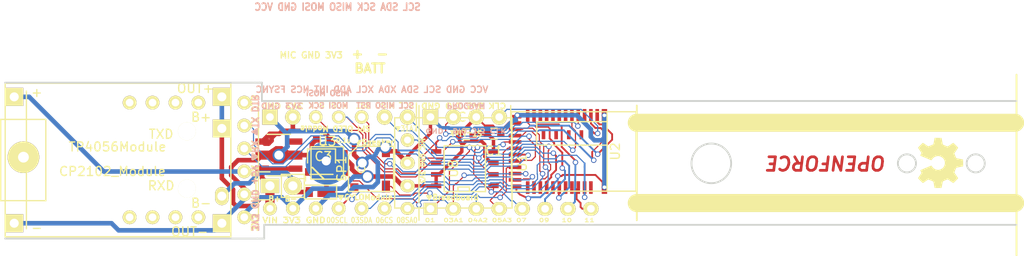
<source format=kicad_pcb>
(kicad_pcb (version 4) (host pcbnew 4.0.2+dfsg1-stable)

  (general
    (links 73)
    (no_connects 2)
    (area -38.59023 47.542955 142.44028 97.87586)
    (thickness 1.6)
    (drawings 44)
    (tracks 740)
    (zones 0)
    (modules 20)
    (nets 51)
  )

  (page A4)
  (title_block
    (date "26 jul 2013")
  )

  (layers
    (0 F.Cu signal)
    (31 B.Cu signal)
    (32 B.Adhes user)
    (33 F.Adhes user)
    (34 B.Paste user)
    (35 F.Paste user)
    (36 B.SilkS user)
    (37 F.SilkS user)
    (38 B.Mask user)
    (39 F.Mask user)
    (40 Dwgs.User user)
    (41 Cmts.User user)
    (42 Eco1.User user)
    (43 Eco2.User user)
    (44 Edge.Cuts user)
    (45 Margin user)
    (46 B.CrtYd user)
    (47 F.CrtYd user)
    (48 B.Fab user)
    (49 F.Fab user)
  )

  (setup
    (last_trace_width 0.25)
    (user_trace_width 0.127)
    (user_trace_width 0.2032)
    (user_trace_width 0.381)
    (user_trace_width 0.508)
    (user_trace_width 1.016)
    (user_trace_width 1.27)
    (user_trace_width 2.032)
    (user_trace_width 2.54)
    (user_trace_width 0.127)
    (user_trace_width 0.2032)
    (user_trace_width 0.381)
    (user_trace_width 0.508)
    (user_trace_width 1.016)
    (user_trace_width 1.27)
    (user_trace_width 2.032)
    (user_trace_width 2.54)
    (trace_clearance 0.2)
    (zone_clearance 0.508)
    (zone_45_only yes)
    (trace_min 0.1238)
    (segment_width 0.2)
    (edge_width 0.2)
    (via_size 0.6)
    (via_drill 0.4)
    (via_min_size 0.4)
    (via_min_drill 0.3)
    (user_via 1.39954 1.00076)
    (user_via 1.39954 1.00076)
    (user_via 2.54 1.27)
    (user_via 2.54 1.27)
    (user_via 2.54 1.27)
    (user_via 2.54 1.27)
    (user_via 2.79908 1.99898)
    (user_via 2.79908 1.99898)
    (user_via 1.39954 1.00076)
    (user_via 1.39954 1.00076)
    (user_via 2.54 1.27)
    (user_via 2.54 1.27)
    (user_via 2.54 1.27)
    (user_via 2.54 1.27)
    (user_via 2.79908 1.99898)
    (user_via 2.79908 1.99898)
    (uvia_size 0.3)
    (uvia_drill 0.1)
    (uvias_allowed no)
    (uvia_min_size 0)
    (uvia_min_drill 0)
    (pcb_text_width 0.3)
    (pcb_text_size 1.5 1.5)
    (mod_edge_width 0.15)
    (mod_text_size 1 1)
    (mod_text_width 0.15)
    (pad_size 1.2 1.5)
    (pad_drill 0.762)
    (pad_to_mask_clearance 0.2)
    (aux_axis_origin 106.0856 81.2348)
    (grid_origin 106.0856 81.2448)
    (visible_elements FFFFEFFF)
    (pcbplotparams
      (layerselection 0x010f0_80000001)
      (usegerberextensions false)
      (excludeedgelayer true)
      (linewidth 0.100000)
      (plotframeref false)
      (viasonmask false)
      (mode 1)
      (useauxorigin false)
      (hpglpennumber 1)
      (hpglpenspeed 20)
      (hpglpendiameter 15)
      (hpglpenoverlay 2)
      (psnegative false)
      (psa4output false)
      (plotreference true)
      (plotvalue true)
      (plotinvisibletext false)
      (padsonsilk false)
      (subtractmaskfromsilk false)
      (outputformat 1)
      (mirror false)
      (drillshape 0)
      (scaleselection 1)
      (outputdirectory PCBWAY20180325))
  )

  (net 0 "")
  (net 1 GND)
  (net 2 +3V3)
  (net 3 "Net-(P2-Pad2)")
  (net 4 "Net-(P2-Pad3)")
  (net 5 "Net-(BT1-Pad1)")
  (net 6 "Net-(P1-Pad2)")
  (net 7 "Net-(P1-Pad4)")
  (net 8 "Net-(P3-Pad4)")
  (net 9 "Net-(P3-Pad5)")
  (net 10 "Net-(P3-Pad6)")
  (net 11 "Net-(SW1-Pad2)")
  (net 12 "Net-(U1-Pad1)")
  (net 13 "Net-(U2-Pad39)")
  (net 14 "Net-(U2-Pad38)")
  (net 15 "Net-(U2-Pad40)")
  (net 16 "Net-(U2-Pad41)")
  (net 17 "Net-(U2-Pad16)")
  (net 18 "Net-(U2-Pad17)")
  (net 19 "Net-(U2-Pad20)")
  (net 20 "Net-(U2-Pad36)")
  (net 21 "Net-(U2-Pad33)")
  (net 22 "Net-(U2-Pad32)")
  (net 23 "Net-(U2-Pad26)")
  (net 24 "Net-(U2-Pad27)")
  (net 25 "Net-(U2-Pad31)")
  (net 26 "Net-(U2-Pad9)")
  (net 27 "Net-(U2-Pad10)")
  (net 28 "Net-(U2-Pad11)")
  (net 29 "Net-(U2-Pad7)")
  (net 30 "Net-(U7-Pad3)")
  (net 31 "Net-(BT1-Pad2)")
  (net 32 "Net-(D1-Pad1)")
  (net 33 "Net-(P2-Pad1)")
  (net 34 "Net-(P2-Pad4)")
  (net 35 "Net-(P2-Pad5)")
  (net 36 "Net-(P2-Pad6)")
  (net 37 "Net-(P2-Pad7)")
  (net 38 "Net-(P2-Pad8)")
  (net 39 "Net-(U2-Pad35)")
  (net 40 "Net-(U2-Pad29)")
  (net 41 "Net-(U4-Pad3)")
  (net 42 "Net-(U4-Pad6)")
  (net 43 "Net-(U4-Pad7)")
  (net 44 "Net-(U4-Pad8)")
  (net 45 "Net-(U4-Pad9)")
  (net 46 "Net-(U4-Pad10)")
  (net 47 "Net-(U4-Pad11)")
  (net 48 "Net-(U4-Pad13)")
  (net 49 "Net-(U4-Pad14)")
  (net 50 "Net-(P3-Pad3)")

  (net_class Default "これは標準のネット クラスです。"
    (clearance 0.2)
    (trace_width 0.25)
    (via_dia 0.6)
    (via_drill 0.4)
    (uvia_dia 0.3)
    (uvia_drill 0.1)
    (add_net +3V3)
    (add_net GND)
    (add_net "Net-(BT1-Pad1)")
    (add_net "Net-(BT1-Pad2)")
    (add_net "Net-(D1-Pad1)")
    (add_net "Net-(P1-Pad2)")
    (add_net "Net-(P1-Pad4)")
    (add_net "Net-(P2-Pad1)")
    (add_net "Net-(P2-Pad2)")
    (add_net "Net-(P2-Pad3)")
    (add_net "Net-(P2-Pad4)")
    (add_net "Net-(P2-Pad5)")
    (add_net "Net-(P2-Pad6)")
    (add_net "Net-(P2-Pad7)")
    (add_net "Net-(P2-Pad8)")
    (add_net "Net-(P3-Pad3)")
    (add_net "Net-(P3-Pad4)")
    (add_net "Net-(P3-Pad5)")
    (add_net "Net-(P3-Pad6)")
    (add_net "Net-(SW1-Pad2)")
    (add_net "Net-(U1-Pad1)")
    (add_net "Net-(U2-Pad10)")
    (add_net "Net-(U2-Pad11)")
    (add_net "Net-(U2-Pad16)")
    (add_net "Net-(U2-Pad17)")
    (add_net "Net-(U2-Pad20)")
    (add_net "Net-(U2-Pad26)")
    (add_net "Net-(U2-Pad27)")
    (add_net "Net-(U2-Pad29)")
    (add_net "Net-(U2-Pad31)")
    (add_net "Net-(U2-Pad32)")
    (add_net "Net-(U2-Pad33)")
    (add_net "Net-(U2-Pad35)")
    (add_net "Net-(U2-Pad36)")
    (add_net "Net-(U2-Pad38)")
    (add_net "Net-(U2-Pad39)")
    (add_net "Net-(U2-Pad40)")
    (add_net "Net-(U2-Pad41)")
    (add_net "Net-(U2-Pad7)")
    (add_net "Net-(U2-Pad9)")
    (add_net "Net-(U4-Pad10)")
    (add_net "Net-(U4-Pad11)")
    (add_net "Net-(U4-Pad13)")
    (add_net "Net-(U4-Pad14)")
    (add_net "Net-(U4-Pad3)")
    (add_net "Net-(U4-Pad6)")
    (add_net "Net-(U4-Pad7)")
    (add_net "Net-(U4-Pad8)")
    (add_net "Net-(U4-Pad9)")
    (add_net "Net-(U7-Pad3)")
  )

  (module library:CP2102Module (layer F.Cu) (tedit 5B07B13E) (tstamp 5AF58563)
    (at 40.3758 82.1846 180)
    (descr CP2102Module)
    (tags CP2102Module)
    (path /5AF2DD7E)
    (fp_text reference U4 (at 5.08 1.27 180) (layer F.SilkS) hide
      (effects (font (size 1 1) (thickness 0.15)))
    )
    (fp_text value CP2102_Module (at 4.445 -1.27 180) (layer F.SilkS)
      (effects (font (size 1 1) (thickness 0.15)))
    )
    (fp_text user TXD (at -0.9525 2.8575 180) (layer F.SilkS)
      (effects (font (size 1 1) (thickness 0.15)))
    )
    (fp_text user RXD (at -0.9525 -2.8575 180) (layer F.SilkS)
      (effects (font (size 1 1) (thickness 0.15)))
    )
    (fp_text user RXD (at -7.62 3.81 180) (layer F.SilkS) hide
      (effects (font (size 1 1) (thickness 0.15)))
    )
    (fp_text user TXD (at -7.62 1.27 180) (layer F.SilkS) hide
      (effects (font (size 1 1) (thickness 0.15)))
    )
    (fp_text user +5V (at -7.62 -1.27 180) (layer F.SilkS) hide
      (effects (font (size 0.7 0.7) (thickness 0.15)))
    )
    (fp_text user GND (at -7.9375 -2.2225 180) (layer F.SilkS) hide
      (effects (font (size 0.7 0.7) (thickness 0.15)))
    )
    (fp_text user 3V3 (at -10.4775 -7.9375 180) (layer F.SilkS) hide
      (effects (font (size 1 1) (thickness 0.15)))
    )
    (fp_line (start 13.97 7.62) (end 13.97 -7.62) (layer F.SilkS) (width 0.15))
    (pad 1 thru_hole circle (at -10.16 -6.35 180) (size 1.524 1.524) (drill 0.85) (layers *.Cu *.Mask F.SilkS)
      (net 2 +3V3))
    (pad 2 thru_hole circle (at -10.16 -3.81 180) (size 1.524 1.524) (drill 0.85) (layers *.Cu *.Mask F.SilkS)
      (net 1 GND))
    (pad 3 thru_hole circle (at -10.16 -1.27 180) (size 1.524 1.524) (drill 0.85) (layers *.Cu *.Mask F.SilkS)
      (net 41 "Net-(U4-Pad3)"))
    (pad 4 thru_hole circle (at -10.16 1.27 180) (size 1.524 1.524) (drill 0.85) (layers *.Cu *.Mask F.SilkS)
      (net 39 "Net-(U2-Pad35)"))
    (pad 5 thru_hole circle (at -10.16 3.81 180) (size 1.524 1.524) (drill 0.85) (layers *.Cu *.Mask F.SilkS)
      (net 40 "Net-(U2-Pad29)"))
    (pad 6 thru_hole circle (at -10.16 6.35 180) (size 1.524 1.524) (drill 0.85) (layers *.Cu *.Mask F.SilkS)
      (net 42 "Net-(U4-Pad6)"))
    (pad 7 thru_hole circle (at -5.08 6.35 180) (size 1.524 1.524) (drill 0.85) (layers *.Cu *.Mask F.SilkS)
      (net 43 "Net-(U4-Pad7)"))
    (pad 8 thru_hole circle (at -2.54 6.35 180) (size 1.524 1.524) (drill 0.85) (layers *.Cu *.Mask F.SilkS)
      (net 44 "Net-(U4-Pad8)"))
    (pad 9 thru_hole circle (at 0 6.35 180) (size 1.524 1.524) (drill 0.85) (layers *.Cu *.Mask F.SilkS)
      (net 45 "Net-(U4-Pad9)"))
    (pad 10 thru_hole circle (at 2.54 6.35 180) (size 1.524 1.524) (drill 0.85) (layers *.Cu *.Mask F.SilkS)
      (net 46 "Net-(U4-Pad10)"))
    (pad 11 thru_hole circle (at 2.54 -6.35 180) (size 1.524 1.524) (drill 0.85) (layers *.Cu *.Mask F.SilkS)
      (net 47 "Net-(U4-Pad11)"))
    (pad 12 thru_hole circle (at 0 -6.35 180) (size 1.524 1.524) (drill 0.85) (layers *.Cu *.Mask F.SilkS))
    (pad 13 thru_hole circle (at -2.54 -6.35 180) (size 1.524 1.524) (drill 0.85) (layers *.Cu *.Mask F.SilkS)
      (net 48 "Net-(U4-Pad13)"))
    (pad 14 thru_hole circle (at -5.08 -6.35 180) (size 1.524 1.524) (drill 0.85) (layers *.Cu *.Mask F.SilkS)
      (net 49 "Net-(U4-Pad14)"))
    (pad "" np_thru_hole circle (at -3.81 -3.175 180) (size 2 2) (drill 2) (layers *.Cu *.Mask F.SilkS))
    (pad "" np_thru_hole circle (at -3.81 3.175 180) (size 2 2) (drill 2) (layers *.Cu *.Mask F.SilkS))
  )

  (module Pin_Headers:Pin_Header_Straight_1x04 (layer F.Cu) (tedit 5AFEB6F4) (tstamp 5A7ACF21)
    (at 71.1606 77.4348 90)
    (descr "Through hole pin header")
    (tags "pin header")
    (path /5A7AF5F2)
    (fp_text reference P1 (at 0 -5.1 90) (layer F.SilkS) hide
      (effects (font (size 1 1) (thickness 0.15)))
    )
    (fp_text value CONN_01X04 (at 0 -3.1 90) (layer F.Fab) hide
      (effects (font (size 1 1) (thickness 0.15)))
    )
    (fp_line (start -1.75 -1.75) (end -1.75 9.4) (layer F.CrtYd) (width 0.05))
    (fp_line (start 1.75 -1.75) (end 1.75 9.4) (layer F.CrtYd) (width 0.05))
    (fp_line (start -1.75 -1.75) (end 1.75 -1.75) (layer F.CrtYd) (width 0.05))
    (fp_line (start -1.75 9.4) (end 1.75 9.4) (layer F.CrtYd) (width 0.05))
    (fp_line (start -1.27 8.89) (end 1.27 8.89) (layer F.SilkS) (width 0.15))
    (fp_line (start -1.55 -1.55) (end 1.55 -1.55) (layer F.SilkS) (width 0.15))
    (pad 1 thru_hole rect (at 0 0 90) (size 1.7 1.7) (drill 0.85) (layers *.Cu *.Mask F.SilkS)
      (net 1 GND))
    (pad 2 thru_hole oval (at 0 2.54 90) (size 1.7 1.7) (drill 0.85) (layers *.Cu *.Mask F.SilkS)
      (net 6 "Net-(P1-Pad2)"))
    (pad 3 thru_hole oval (at 0 5.08 90) (size 1.7 1.7) (drill 0.85) (layers *.Cu *.Mask F.SilkS)
      (net 2 +3V3))
    (pad 4 thru_hole oval (at 0 7.62 90) (size 1.7 1.7) (drill 0.85) (layers *.Cu *.Mask F.SilkS)
      (net 7 "Net-(P1-Pad4)"))
    (model Pin_Headers.3dshapes/Pin_Header_Straight_1x04.wrl
      (at (xyz 0 -0.15 0))
      (scale (xyz 1 1 1))
      (rotate (xyz 0 0 90))
    )
  )

  (module library:GY-LSM6DS3Module (layer F.Cu) (tedit 5AF5938A) (tstamp 5AF2C8D5)
    (at 61.0006 82.5148 90)
    (descr GY-LSM6DS3Module)
    (tags GY-LSM6DS3Module)
    (path /5AF2BB25)
    (fp_text reference U5 (at 0 -10.16 90) (layer F.SilkS) hide
      (effects (font (size 1 1) (thickness 0.15)))
    )
    (fp_text value GY-LSM6DS3Module (at 0 10.16 90) (layer F.Fab)
      (effects (font (size 1 1) (thickness 0.15)))
    )
    (fp_line (start -6.35 8.89) (end 6.35 8.89) (layer F.SilkS) (width 0.15))
    (fp_line (start 6.35 -8.89) (end -6.35 -8.89) (layer F.SilkS) (width 0.15))
    (pad 5 thru_hole circle (at -5.04 2.54 90) (size 1.524 1.524) (drill 0.762) (layers *.Cu *.Mask F.SilkS)
      (net 25 "Net-(U2-Pad31)"))
    (pad 6 thru_hole circle (at -5.04 5.08 90) (size 1.524 1.524) (drill 0.762) (layers *.Cu *.Mask F.SilkS)
      (net 18 "Net-(U2-Pad17)"))
    (pad 4 thru_hole circle (at -5.04 0 90) (size 1.524 1.524) (drill 0.762) (layers *.Cu *.Mask F.SilkS)
      (net 19 "Net-(U2-Pad20)"))
    (pad 3 thru_hole circle (at -5.04 -2.54 90) (size 1.524 1.524) (drill 0.762) (layers *.Cu *.Mask F.SilkS)
      (net 1 GND))
    (pad 2 thru_hole circle (at -5.04 -5.08 90) (size 1.524 1.524) (drill 0.762) (layers *.Cu *.Mask F.SilkS)
      (net 2 +3V3))
    (pad 1 thru_hole circle (at -5.04 -7.62 90) (size 1.524 1.524) (drill 0.762) (layers *.Cu *.Mask F.SilkS)
      (net 5 "Net-(BT1-Pad1)"))
    (pad 7 thru_hole oval (at -5.04 7.62 90) (size 1.4 1.5) (drill 0.762) (layers *.Cu *.Mask F.SilkS)
      (net 17 "Net-(U2-Pad16)"))
  )

  (module library:MDBT42 (layer F.Cu) (tedit 5AF30FE9) (tstamp 5A7ACF9A)
    (at 87.0356 81.2448 270)
    (descr MDBT42)
    (tags MDBT42)
    (path /5A7A956A)
    (fp_text reference U2 (at 0 -4.6 270) (layer F.SilkS)
      (effects (font (size 1 1) (thickness 0.15)))
    )
    (fp_text value MDBT42 (at 1.27 0.635 360) (layer F.Fab)
      (effects (font (size 1 1) (thickness 0.15)))
    )
    (fp_line (start -0.7 -3.7) (end -0.7 4.1) (layer F.SilkS) (width 0.15))
    (fp_line (start -0.7 4.1) (end -3.3 4.1) (layer F.SilkS) (width 0.15))
    (fp_line (start -3.3 4.1) (end -3.3 -3.7) (layer F.SilkS) (width 0.15))
    (fp_line (start -4.4 -3.7) (end 4.4 -3.7) (layer F.SilkS) (width 0.15))
    (fp_line (start -4.4 -6.9) (end -4.4 6.9) (layer F.SilkS) (width 0.15))
    (fp_line (start -4.4 6.9) (end 4.4 6.9) (layer F.SilkS) (width 0.15))
    (fp_line (start 4.4 6.9) (end 4.4 -6.9) (layer F.SilkS) (width 0.15))
    (fp_line (start 4.4 -6.9) (end -4.4 -6.9) (layer F.SilkS) (width 0.15))
    (pad 39 smd rect (at -1.85 0.55 270) (size 1 0.4) (layers F.Cu F.Paste F.Mask)
      (net 13 "Net-(U2-Pad39)"))
    (pad 38 smd rect (at -1.85 -0.85 270) (size 1 0.4) (layers F.Cu F.Paste F.Mask)
      (net 14 "Net-(U2-Pad38)"))
    (pad 40 smd rect (at -1.85 1.95 270) (size 1 0.4) (layers F.Cu F.Paste F.Mask)
      (net 15 "Net-(U2-Pad40)"))
    (pad 41 smd rect (at -1.85 3.35 270) (size 1 0.4) (layers F.Cu F.Paste F.Mask)
      (net 16 "Net-(U2-Pad41)"))
    (pad 25 smd rect (at 3.85 6.35 270) (size 0.4 1.1) (layers F.Cu F.Paste F.Mask)
      (net 1 GND))
    (pad 24 smd rect (at 3.15 6.5 270) (size 0.4 1.4) (layers F.Cu F.Paste F.Mask)
      (net 9 "Net-(P3-Pad5)"))
    (pad 23 smd rect (at 2.45 6.5 270) (size 0.4 1.4) (layers F.Cu F.Paste F.Mask)
      (net 3 "Net-(P2-Pad2)"))
    (pad 21 smd rect (at 1.05 6.5 270) (size 0.4 1.4) (layers F.Cu F.Paste F.Mask)
      (net 33 "Net-(P2-Pad1)"))
    (pad 22 smd rect (at 1.75 6.5 270) (size 0.4 1.4) (layers F.Cu F.Paste F.Mask)
      (net 4 "Net-(P2-Pad3)"))
    (pad 16 smd rect (at -2.45 6.5 270) (size 0.4 1.4) (layers F.Cu F.Paste F.Mask)
      (net 17 "Net-(U2-Pad16)"))
    (pad 15 smd rect (at -3.15 6.5 270) (size 0.4 1.4) (layers F.Cu F.Paste F.Mask)
      (net 2 +3V3))
    (pad 14 smd rect (at -3.85 6.35 270) (size 0.4 1.1) (layers F.Cu F.Paste F.Mask)
      (net 1 GND))
    (pad 17 smd rect (at -1.75 6.5 270) (size 0.4 1.4) (layers F.Cu F.Paste F.Mask)
      (net 18 "Net-(U2-Pad17)"))
    (pad 18 smd rect (at -1.05 6.5 270) (size 0.4 1.4) (layers F.Cu F.Paste F.Mask)
      (net 35 "Net-(P2-Pad5)"))
    (pad 20 smd rect (at 0.35 6.5 270) (size 0.4 1.4) (layers F.Cu F.Paste F.Mask)
      (net 19 "Net-(U2-Pad20)"))
    (pad 19 smd rect (at -0.35 6.5 270) (size 0.4 1.4) (layers F.Cu F.Paste F.Mask)
      (net 34 "Net-(P2-Pad4)"))
    (pad 36 smd rect (at 4 -1.9 270) (size 1.4 0.4) (layers F.Cu F.Paste F.Mask)
      (net 20 "Net-(U2-Pad36)"))
    (pad 35 smd rect (at 4 -1.2 270) (size 1.4 0.4) (layers F.Cu F.Paste F.Mask)
      (net 39 "Net-(U2-Pad35)"))
    (pad 33 smd rect (at 4 0.2 270) (size 1.4 0.4) (layers F.Cu F.Paste F.Mask)
      (net 21 "Net-(U2-Pad33)"))
    (pad 34 smd rect (at 4 -0.5 270) (size 1.4 0.4) (layers F.Cu F.Paste F.Mask)
      (net 38 "Net-(P2-Pad8)"))
    (pad 32 smd rect (at 4 0.9 270) (size 1.4 0.4) (layers F.Cu F.Paste F.Mask)
      (net 22 "Net-(U2-Pad32)"))
    (pad 26 smd rect (at 4 5.1 270) (size 1.4 0.4) (layers F.Cu F.Paste F.Mask)
      (net 23 "Net-(U2-Pad26)"))
    (pad 28 smd rect (at 4 3.7 270) (size 1.4 0.4) (layers F.Cu F.Paste F.Mask)
      (net 12 "Net-(U1-Pad1)"))
    (pad 27 smd rect (at 4 4.4 270) (size 1.4 0.4) (layers F.Cu F.Paste F.Mask)
      (net 24 "Net-(U2-Pad27)"))
    (pad 29 smd rect (at 4 3 270) (size 1.4 0.4) (layers F.Cu F.Paste F.Mask)
      (net 40 "Net-(U2-Pad29)"))
    (pad 30 smd rect (at 4 2.3 270) (size 1.4 0.4) (layers F.Cu F.Paste F.Mask)
      (net 11 "Net-(SW1-Pad2)"))
    (pad 31 smd rect (at 4 1.6 270) (size 1.4 0.4) (layers F.Cu F.Paste F.Mask)
      (net 25 "Net-(U2-Pad31)"))
    (pad 8 smd rect (at -4 1.6 270) (size 1.4 0.4) (layers F.Cu F.Paste F.Mask)
      (net 11 "Net-(SW1-Pad2)"))
    (pad 9 smd rect (at -4 2.3 270) (size 1.4 0.4) (layers F.Cu F.Paste F.Mask)
      (net 26 "Net-(U2-Pad9)"))
    (pad 10 smd rect (at -4 3 270) (size 1.4 0.4) (layers F.Cu F.Paste F.Mask)
      (net 27 "Net-(U2-Pad10)"))
    (pad 12 smd rect (at -4 4.4 270) (size 1.4 0.4) (layers F.Cu F.Paste F.Mask)
      (net 37 "Net-(P2-Pad7)"))
    (pad 11 smd rect (at -4 3.7 270) (size 1.4 0.4) (layers F.Cu F.Paste F.Mask)
      (net 28 "Net-(U2-Pad11)"))
    (pad 13 smd rect (at -4 5.1 270) (size 1.4 0.4) (layers F.Cu F.Paste F.Mask)
      (net 36 "Net-(P2-Pad6)"))
    (pad 7 smd rect (at -4 0.9 270) (size 1.4 0.4) (layers F.Cu F.Paste F.Mask)
      (net 29 "Net-(U2-Pad7)"))
    (pad 5 smd rect (at -4 -0.5 270) (size 1.4 0.4) (layers F.Cu F.Paste F.Mask)
      (net 6 "Net-(P1-Pad2)"))
    (pad 6 smd rect (at -4 0.2 270) (size 1.4 0.4) (layers F.Cu F.Paste F.Mask)
      (net 10 "Net-(P3-Pad6)"))
    (pad 4 smd rect (at -4 -1.2 270) (size 1.4 0.4) (layers F.Cu F.Paste F.Mask)
      (net 7 "Net-(P1-Pad4)"))
    (pad 3 smd rect (at -4 -1.9 270) (size 1.4 0.4) (layers F.Cu F.Paste F.Mask)
      (net 50 "Net-(P3-Pad3)"))
    (pad 2 smd rect (at -4 -2.6 270) (size 1.4 0.4) (layers F.Cu F.Paste F.Mask)
      (net 8 "Net-(P3-Pad4)"))
    (pad 37 smd rect (at 4 -3.4 270) (size 1.4 0.6) (layers F.Cu F.Paste F.Mask)
      (net 1 GND))
    (pad 1 smd rect (at -4 -3.4 270) (size 1.4 0.6) (layers F.Cu F.Paste F.Mask)
      (net 1 GND))
  )

  (module Pin_Headers:Pin_Header_Straight_1x02 (layer F.Cu) (tedit 5AFF849C) (tstamp 5A7ACEDD)
    (at 53.3806 85.0548 90)
    (descr "Through hole pin header")
    (tags "pin header")
    (path /5A47A0DB)
    (fp_text reference BT1 (at 0 -5.1 90) (layer F.SilkS) hide
      (effects (font (size 1 1) (thickness 0.15)))
    )
    (fp_text value Battery (at 0 -3.1 90) (layer F.Fab)
      (effects (font (size 1 1) (thickness 0.15)))
    )
    (fp_line (start 1.27 1.27) (end 1.27 3.81) (layer F.SilkS) (width 0.15))
    (fp_line (start 1.55 -1.55) (end 1.55 0) (layer F.SilkS) (width 0.15))
    (fp_line (start -1.75 -1.75) (end -1.75 4.3) (layer F.CrtYd) (width 0.05))
    (fp_line (start 1.75 -1.75) (end 1.75 4.3) (layer F.CrtYd) (width 0.05))
    (fp_line (start -1.75 -1.75) (end 1.75 -1.75) (layer F.CrtYd) (width 0.05))
    (fp_line (start -1.75 4.3) (end 1.75 4.3) (layer F.CrtYd) (width 0.05))
    (fp_line (start 1.27 1.27) (end -1.27 1.27) (layer F.SilkS) (width 0.15))
    (fp_line (start -1.55 0) (end -1.55 -1.55) (layer F.SilkS) (width 0.15))
    (fp_line (start -1.55 -1.55) (end 1.55 -1.55) (layer F.SilkS) (width 0.15))
    (fp_line (start -1.27 1.27) (end -1.27 3.81) (layer F.SilkS) (width 0.15))
    (fp_line (start -1.27 3.81) (end 1.27 3.81) (layer F.SilkS) (width 0.15))
    (pad 1 thru_hole rect (at 0 0 90) (size 1.6 2.032) (drill 1.016) (layers *.Cu *.Mask F.SilkS)
      (net 5 "Net-(BT1-Pad1)"))
    (pad 2 thru_hole oval (at 0 2.54 90) (size 2.032 2.032) (drill 1.016) (layers *.Cu *.Mask F.SilkS)
      (net 31 "Net-(BT1-Pad2)"))
    (model Pin_Headers.3dshapes/Pin_Header_Straight_1x02.wrl
      (at (xyz 0 -0.05 0))
      (scale (xyz 1 1 1))
      (rotate (xyz 0 0 90))
    )
  )

  (module library:PassiveBuzzerSMD_JiangsuHuaneng_MLT-5030 (layer F.Cu) (tedit 5AF2F54F) (tstamp 5A7ACF54)
    (at 64.582 83.1752 90)
    (descr PassiveBuzzerSMD_JiangsuHuaneng_MLT-5030)
    (tags PassiveBuzzerSMD_JiangsuHuaneng_MLT-5030)
    (path /596DFF09)
    (fp_text reference SP1 (at 0 -3.25 90) (layer F.SilkS)
      (effects (font (size 1 1) (thickness 0.15)))
    )
    (fp_text value SPEAKER (at 0 3.5 90) (layer F.Fab)
      (effects (font (size 1 1) (thickness 0.15)))
    )
    (fp_line (start -2.5 -2.5) (end -2.5 2.5) (layer F.SilkS) (width 0.15))
    (fp_line (start -2.5 2.5) (end 2.5 2.5) (layer F.SilkS) (width 0.15))
    (fp_line (start 2.5 2.5) (end 2.5 -1.5) (layer F.SilkS) (width 0.15))
    (fp_line (start 2.5 -1.5) (end 1.5 -2.5) (layer F.SilkS) (width 0.15))
    (fp_line (start 1.5 -2.5) (end -2.5 -2.5) (layer F.SilkS) (width 0.15))
    (fp_circle (center 0 -1.1) (end 0.4 -1) (layer F.SilkS) (width 0.15))
    (pad "" smd rect (at -2.1 -1.85 90) (size 1 0.9) (layers F.Cu F.Paste F.Mask))
    (pad 2 smd rect (at 1.95 1.65 90) (size 1.3 0.9) (layers F.Cu F.Paste F.Mask)
      (net 1 GND))
    (pad 1 smd rect (at -1.95 1.65 90) (size 1.3 0.9) (layers F.Cu F.Paste F.Mask)
      (net 4 "Net-(P2-Pad3)"))
  )

  (module library:ADMP401_Module (layer F.Cu) (tedit 5AF39EA8) (tstamp 5A7ACF65)
    (at 73.7006 82.5148 270)
    (path /5A7AFC56)
    (fp_text reference U1 (at 0 -7.62 270) (layer F.SilkS)
      (effects (font (size 1 1) (thickness 0.15)))
    )
    (fp_text value ADMP401Module (at 0 -0.5 270) (layer F.Fab)
      (effects (font (size 1 1) (thickness 0.15)))
    )
    (fp_line (start -5 6.5) (end 5 6.5) (layer F.SilkS) (width 0.15))
    (fp_line (start 5 6.5) (end 5 -6.5) (layer F.SilkS) (width 0.15))
    (fp_line (start 5 -6.5) (end -5 -6.5) (layer F.SilkS) (width 0.15))
    (fp_line (start -5 -6.5) (end -5 6.5) (layer F.SilkS) (width 0.15))
    (pad 2 thru_hole oval (at 0 5.08 270) (size 1.4 1.6) (drill 0.762) (layers *.Cu *.Mask F.SilkS)
      (net 1 GND))
    (pad 3 thru_hole oval (at 2.54 5.08 270) (size 1.4 1.6) (drill 0.762) (layers *.Cu *.Mask F.SilkS)
      (net 2 +3V3))
    (pad 1 thru_hole circle (at -2.54 5.08 270) (size 1.5 1.5) (drill 0.762) (layers *.Cu *.Mask F.SilkS)
      (net 12 "Net-(U1-Pad1)"))
  )

  (module library:addressableLEDchip3535 (layer F.Cu) (tedit 5AFD8AF4) (tstamp 5A7ACFA8)
    (at 59.7306 82.5148)
    (descr addressableLEDchip3535)
    (tags addressableLEDchip3535)
    (path /5A7ADEF6)
    (fp_text reference U3 (at 0 -2.4) (layer F.SilkS)
      (effects (font (size 1 1) (thickness 0.15)))
    )
    (fp_text value addressableLEDchip (at 0 2.6) (layer F.Fab) hide
      (effects (font (size 1 1) (thickness 0.15)))
    )
    (fp_line (start -1.8 1.8) (end -1.8 -1.8) (layer F.SilkS) (width 0.15))
    (fp_line (start -1.8 -1.8) (end 1.8 -1.8) (layer F.SilkS) (width 0.15))
    (fp_line (start 1.8 -1.8) (end 1.8 1.8) (layer F.SilkS) (width 0.15))
    (fp_line (start 1.8 1.8) (end -1.8 1.8) (layer F.SilkS) (width 0.15))
    (pad 3 smd rect (at 1.2 -0.7) (size 0.8 1.4) (layers F.Cu F.Paste F.Mask)
      (net 2 +3V3))
    (pad 3 smd rect (at 1.5 -1) (size 1.524 0.85) (layers F.Cu F.Paste F.Mask)
      (net 2 +3V3))
    (pad 2 smd rect (at 1.3 1) (size 2 0.85) (layers F.Cu F.Paste F.Mask)
      (net 3 "Net-(P2-Pad2)"))
    (pad 1 smd rect (at -1.7 1) (size 1.524 0.85) (layers F.Cu F.Paste F.Mask)
      (net 1 GND))
  )

  (module TO_SOT_Packages_SMD:SOT89-5_Housing (layer F.Cu) (tedit 5AFF84DE) (tstamp 5A7ACFFA)
    (at 54.3712 81.6512 90)
    (descr "SOT89-5, Housing,")
    (tags "SOT89-5, Housing,")
    (path /5A7B3B57)
    (attr smd)
    (fp_text reference U7 (at 0.14986 -4.04876 90) (layer F.SilkS) hide
      (effects (font (size 1 1) (thickness 0.15)))
    )
    (fp_text value NJM2884U (at 0.44958 4.699 90) (layer F.Fab) hide
      (effects (font (size 1 1) (thickness 0.15)))
    )
    (fp_line (start -2.84988 2.94894) (end -2.3495 2.94894) (layer F.SilkS) (width 0.15))
    (fp_line (start -3.05054 2.14884) (end -2.60096 1.75006) (layer F.SilkS) (width 0.15))
    (fp_line (start -2.60096 1.75006) (end -2.60096 2.94894) (layer F.SilkS) (width 0.15))
    (fp_line (start -2.30124 1.30048) (end -2.30124 -1.30048) (layer F.SilkS) (width 0.15))
    (fp_line (start 2.30124 -1.30048) (end 2.30124 1.30048) (layer F.SilkS) (width 0.15))
    (pad 2 smd trapezoid (at 0 -0.72644 90) (size 1.50114 0.7493) (rect_delta 0 0.50038 ) (layers F.Cu F.Paste F.Mask)
      (net 1 GND))
    (pad 5 smd rect (at -1.50114 -1.85166 90) (size 0.70104 1.50114) (layers F.Cu F.Paste F.Mask)
      (net 5 "Net-(BT1-Pad1)"))
    (pad 4 smd rect (at 1.50114 -1.85166 90) (size 0.70104 1.50114) (layers F.Cu F.Paste F.Mask)
      (net 2 +3V3))
    (pad 1 smd rect (at -1.50114 1.85166 90) (size 0.70104 1.50114) (layers F.Cu F.Paste F.Mask)
      (net 5 "Net-(BT1-Pad1)"))
    (pad 2 smd rect (at 0 1.85166 90) (size 1.00076 1.50114) (layers F.Cu F.Paste F.Mask)
      (net 1 GND))
    (pad 3 smd rect (at 1.50114 1.85166 90) (size 0.70104 1.50114) (layers F.Cu F.Paste F.Mask)
      (net 30 "Net-(U7-Pad3)"))
    (pad 2 smd rect (at 0 -1.85166 90) (size 1.00076 1.50114) (layers F.Cu F.Paste F.Mask)
      (net 1 GND))
    (pad 2 smd trapezoid (at 0 0.72644 270) (size 1.50114 0.7493) (rect_delta 0 0.50038 ) (layers F.Cu F.Paste F.Mask)
      (net 1 GND))
    (pad 2 smd rect (at 0 0 90) (size 1.99898 0.8001) (layers F.Cu F.Paste F.Mask)
      (net 1 GND))
    (model TO_SOT_Packages_SMD.3dshapes/SOT89-5_Housing.wrl
      (at (xyz 0 0 0))
      (scale (xyz 0.3937 0.3937 0.3937))
      (rotate (xyz 0 0 0))
    )
  )

  (module Pin_Headers:Pin_Header_Straight_1x01 (layer F.Cu) (tedit 5AF3F997) (tstamp 5A7AE038)
    (at 59.0956 82.5148)
    (descr "Through hole pin header")
    (tags "pin header")
    (path /5A7B68C1)
    (fp_text reference P4 (at 0 -5.1) (layer F.SilkS) hide
      (effects (font (size 1 1) (thickness 0.15)))
    )
    (fp_text value CONN_01X01 (at 0 -3.1) (layer F.Fab) hide
      (effects (font (size 1 1) (thickness 0.15)))
    )
    (fp_line (start 1.55 -1.55) (end 1.55 0) (layer F.SilkS) (width 0.15))
    (fp_line (start -1.75 -1.75) (end -1.75 1.75) (layer F.CrtYd) (width 0.05))
    (fp_line (start 1.75 -1.75) (end 1.75 1.75) (layer F.CrtYd) (width 0.05))
    (fp_line (start -1.75 -1.75) (end 1.75 -1.75) (layer F.CrtYd) (width 0.05))
    (fp_line (start -1.75 1.75) (end 1.75 1.75) (layer F.CrtYd) (width 0.05))
    (fp_line (start -1.55 0) (end -1.55 -1.55) (layer F.SilkS) (width 0.15))
    (fp_line (start -1.55 -1.55) (end 1.55 -1.55) (layer F.SilkS) (width 0.15))
    (fp_line (start -1.27 1.27) (end 1.27 1.27) (layer F.SilkS) (width 0.15))
    (pad 1 smd circle (at 0.635 0) (size 4.8 4.8) (layers B.Cu F.Paste F.Mask)
      (net 32 "Net-(D1-Pad1)"))
    (model Pin_Headers.3dshapes/Pin_Header_Straight_1x01.wrl
      (at (xyz 0 0 0))
      (scale (xyz 1 1 1))
      (rotate (xyz 0 0 90))
    )
  )

  (module SMD_Packages:SOIC-8-N (layer F.Cu) (tedit 0) (tstamp 5A7BA004)
    (at 74.9706 83.1498 90)
    (descr "Module Narrow CMS SOJ 8 pins large")
    (tags "CMS SOJ")
    (path /5A7B214B)
    (attr smd)
    (fp_text reference U8 (at 0 -1.27 90) (layer F.SilkS)
      (effects (font (size 1 1) (thickness 0.15)))
    )
    (fp_text value 25LC_EEPROM (at 0 1.27 90) (layer F.Fab)
      (effects (font (size 1 1) (thickness 0.15)))
    )
    (fp_line (start -2.54 -2.286) (end 2.54 -2.286) (layer F.SilkS) (width 0.15))
    (fp_line (start 2.54 -2.286) (end 2.54 2.286) (layer F.SilkS) (width 0.15))
    (fp_line (start 2.54 2.286) (end -2.54 2.286) (layer F.SilkS) (width 0.15))
    (fp_line (start -2.54 2.286) (end -2.54 -2.286) (layer F.SilkS) (width 0.15))
    (fp_line (start -2.54 -0.762) (end -2.032 -0.762) (layer F.SilkS) (width 0.15))
    (fp_line (start -2.032 -0.762) (end -2.032 0.508) (layer F.SilkS) (width 0.15))
    (fp_line (start -2.032 0.508) (end -2.54 0.508) (layer F.SilkS) (width 0.15))
    (pad 8 smd rect (at -1.905 -3.175 90) (size 0.508 1.143) (layers F.Cu F.Paste F.Mask)
      (net 2 +3V3))
    (pad 7 smd rect (at -0.635 -3.175 90) (size 0.508 1.143) (layers F.Cu F.Paste F.Mask)
      (net 2 +3V3))
    (pad 6 smd rect (at 0.635 -3.175 90) (size 0.508 1.143) (layers F.Cu F.Paste F.Mask)
      (net 50 "Net-(P3-Pad3)"))
    (pad 5 smd rect (at 1.905 -3.175 90) (size 0.508 1.143) (layers F.Cu F.Paste F.Mask)
      (net 8 "Net-(P3-Pad4)"))
    (pad 4 smd rect (at 1.905 3.175 90) (size 0.508 1.143) (layers F.Cu F.Paste F.Mask)
      (net 1 GND))
    (pad 3 smd rect (at 0.635 3.175 90) (size 0.508 1.143) (layers F.Cu F.Paste F.Mask)
      (net 2 +3V3))
    (pad 2 smd rect (at -0.635 3.175 90) (size 0.508 1.143) (layers F.Cu F.Paste F.Mask)
      (net 10 "Net-(P3-Pad6)"))
    (pad 1 smd rect (at -1.905 3.175 90) (size 0.508 1.143) (layers F.Cu F.Paste F.Mask)
      (net 35 "Net-(P2-Pad5)"))
    (model SMD_Packages.3dshapes/SOIC-8-N.wrl
      (at (xyz 0 0 0))
      (scale (xyz 0.5 0.38 0.5))
      (rotate (xyz 0 0 0))
    )
  )

  (module library:TP4056Module (layer F.Cu) (tedit 5AFF8472) (tstamp 5AF2C8DF)
    (at 36.5531 82.1973)
    (descr TP4056Module)
    (tags TP4056Module)
    (path /5AF2F515)
    (fp_text reference U6 (at 0 1) (layer F.SilkS) hide
      (effects (font (size 1 1) (thickness 0.15)))
    )
    (fp_text value TP4056Module (at -0.0635 -1.4605) (layer F.SilkS)
      (effects (font (size 1 1) (thickness 0.15)))
    )
    (fp_line (start -12.5 -8.5) (end 12.5 -8.5) (layer F.SilkS) (width 0.15))
    (fp_line (start 12.5 -8.5) (end 12.5 -8) (layer F.SilkS) (width 0.15))
    (fp_line (start -12.5 -8.5) (end -12.5 8.5) (layer F.SilkS) (width 0.15))
    (fp_line (start -12.5 8.5) (end 12.5 8.5) (layer F.SilkS) (width 0.15))
    (fp_line (start 12.5 8.5) (end 12.5 -8) (layer F.SilkS) (width 0.15))
    (fp_text user B- (at 9.2075 4.7625) (layer F.SilkS)
      (effects (font (size 1 1) (thickness 0.15)))
    )
    (fp_text user B+ (at 9.2075 -4.7625) (layer F.SilkS)
      (effects (font (size 1 1) (thickness 0.15)))
    )
    (fp_text user OUT- (at 7.9375 7.9375) (layer F.SilkS)
      (effects (font (size 1 1) (thickness 0.15)))
    )
    (fp_text user OUT+ (at 8.5725 -7.9375) (layer F.SilkS)
      (effects (font (size 1 1) (thickness 0.15)))
    )
    (fp_text user - (at -9 7.5) (layer F.SilkS)
      (effects (font (size 1 1) (thickness 0.15)))
    )
    (fp_text user + (at -9 -7.5) (layer F.SilkS)
      (effects (font (size 1 1) (thickness 0.15)))
    )
    (fp_line (start -13 -4.5) (end -8 -4.5) (layer F.SilkS) (width 0.15))
    (fp_line (start -8 -4.5) (end -8 4.5) (layer F.SilkS) (width 0.15))
    (fp_line (start -8 4.5) (end -13 4.5) (layer F.SilkS) (width 0.15))
    (fp_line (start -13 4.5) (end -13 -4.5) (layer F.SilkS) (width 0.15))
    (pad 5 thru_hole oval (at 11.5 4) (size 1.5 2) (drill 1) (layers *.Cu *.Mask F.SilkS)
      (net 31 "Net-(BT1-Pad2)"))
    (pad 4 thru_hole rect (at 11.5 -3.5) (size 2 2) (drill 1) (layers *.Cu *.Mask F.SilkS)
      (net 5 "Net-(BT1-Pad1)"))
    (pad 3 thru_hole rect (at 11.5 -7) (size 2 2) (drill 1) (layers *.Cu *.Mask F.SilkS)
      (net 5 "Net-(BT1-Pad1)"))
    (pad 6 thru_hole rect (at 11.5 7) (size 2 2) (drill 1) (layers *.Cu *.Mask F.SilkS)
      (net 1 GND))
    (pad 2 thru_hole rect (at -11.5 7) (size 2 2) (drill 1) (layers *.Cu *.Mask F.SilkS)
      (net 1 GND))
    (pad 1 thru_hole rect (at -11.5 -7) (size 2 2) (drill 1) (layers *.Cu *.Mask F.SilkS)
      (net 41 "Net-(U4-Pad3)"))
  )

  (module Capacitors_SMD:C_0603 (layer F.Cu) (tedit 5AF3F9A6) (tstamp 5AF3037B)
    (at 59.2988 79.8986 180)
    (descr "Capacitor SMD 0603, reflow soldering, AVX (see smccp.pdf)")
    (tags "capacitor 0603")
    (path /587F145C)
    (attr smd)
    (fp_text reference C3 (at 0 -1.9 180) (layer F.SilkS)
      (effects (font (size 1 1) (thickness 0.15)))
    )
    (fp_text value 0.1uF (at -2.4384 -0.127 180) (layer F.SilkS)
      (effects (font (size 0.5 0.5) (thickness 0.125)))
    )
    (fp_line (start -1.45 -0.75) (end 1.45 -0.75) (layer F.CrtYd) (width 0.05))
    (fp_line (start -1.45 0.75) (end 1.45 0.75) (layer F.CrtYd) (width 0.05))
    (fp_line (start -1.45 -0.75) (end -1.45 0.75) (layer F.CrtYd) (width 0.05))
    (fp_line (start 1.45 -0.75) (end 1.45 0.75) (layer F.CrtYd) (width 0.05))
    (fp_line (start -0.35 -0.6) (end 0.35 -0.6) (layer F.SilkS) (width 0.15))
    (fp_line (start 0.35 0.6) (end -0.35 0.6) (layer F.SilkS) (width 0.15))
    (pad 1 smd rect (at -0.75 0 180) (size 0.8 0.75) (layers F.Cu F.Paste F.Mask)
      (net 2 +3V3))
    (pad 2 smd rect (at 0.75 0 180) (size 0.8 0.75) (layers F.Cu F.Paste F.Mask)
      (net 1 GND))
    (model Capacitors_SMD.3dshapes/C_0603.wrl
      (at (xyz 0 0 0))
      (scale (xyz 1 1 1))
      (rotate (xyz 0 0 0))
    )
  )

  (module Capacitors_SMD:C_0603 (layer F.Cu) (tedit 5415D631) (tstamp 5AF303BE)
    (at 78.2091 79.2763 180)
    (descr "Capacitor SMD 0603, reflow soldering, AVX (see smccp.pdf)")
    (tags "capacitor 0603")
    (path /587F1469)
    (attr smd)
    (fp_text reference C1 (at 0 -1.9 180) (layer F.SilkS)
      (effects (font (size 1 1) (thickness 0.15)))
    )
    (fp_text value 0.1uF (at 0 1.9 180) (layer F.Fab)
      (effects (font (size 1 1) (thickness 0.15)))
    )
    (fp_line (start -1.45 -0.75) (end 1.45 -0.75) (layer F.CrtYd) (width 0.05))
    (fp_line (start -1.45 0.75) (end 1.45 0.75) (layer F.CrtYd) (width 0.05))
    (fp_line (start -1.45 -0.75) (end -1.45 0.75) (layer F.CrtYd) (width 0.05))
    (fp_line (start 1.45 -0.75) (end 1.45 0.75) (layer F.CrtYd) (width 0.05))
    (fp_line (start -0.35 -0.6) (end 0.35 -0.6) (layer F.SilkS) (width 0.15))
    (fp_line (start 0.35 0.6) (end -0.35 0.6) (layer F.SilkS) (width 0.15))
    (pad 1 smd rect (at -0.75 0 180) (size 0.8 0.75) (layers F.Cu F.Paste F.Mask)
      (net 2 +3V3))
    (pad 2 smd rect (at 0.75 0 180) (size 0.8 0.75) (layers F.Cu F.Paste F.Mask)
      (net 1 GND))
    (model Capacitors_SMD.3dshapes/C_0603.wrl
      (at (xyz 0 0 0))
      (scale (xyz 1 1 1))
      (rotate (xyz 0 0 0))
    )
  )

  (module Diodes_SMD:TUMD2 (layer F.Cu) (tedit 5AFF8255) (tstamp 5AF303C4)
    (at 58.7908 85.7406 180)
    (descr "ROHM - TUMD2")
    (tags TUMD2)
    (path /5A7B650E)
    (attr smd)
    (fp_text reference D1 (at 0 -1.85 180) (layer F.SilkS) hide
      (effects (font (size 1 1) (thickness 0.15)))
    )
    (fp_text value D_Schottky (at 0 2.1 180) (layer F.Fab)
      (effects (font (size 1 1) (thickness 0.15)))
    )
    (fp_line (start -2.2 -1) (end 1.85 -1) (layer F.CrtYd) (width 0.05))
    (fp_line (start 1.85 -1) (end 1.85 1) (layer F.CrtYd) (width 0.05))
    (fp_line (start 1.85 1) (end -2.2 1) (layer F.CrtYd) (width 0.05))
    (fp_line (start -2.2 1) (end -2.2 -1) (layer F.CrtYd) (width 0.05))
    (fp_line (start 1.578 0.762) (end -1.978 0.762) (layer F.SilkS) (width 0.15))
    (fp_line (start -1.978 0.762) (end -1.978 -0.762) (layer F.SilkS) (width 0.15))
    (fp_line (start -1.978 -0.762) (end 1.578 -0.762) (layer F.SilkS) (width 0.15))
    (fp_line (start 1.578 -0.762) (end 1.578 0.762) (layer F.SilkS) (width 0.15))
    (pad 2 smd rect (at 1.05 0) (size 0.8 1.1) (layers F.Cu F.Paste F.Mask)
      (net 31 "Net-(BT1-Pad2)"))
    (pad 1 smd rect (at -0.85 0) (size 2 1.1) (layers F.Cu F.Paste F.Mask)
      (net 32 "Net-(D1-Pad1)"))
    (model Diodes_SMD.3dshapes/TUMD2.wrl
      (at (xyz 0 0 0))
      (scale (xyz 4 4 4))
      (rotate (xyz 0 0 180))
    )
  )

  (module Capacitors_SMD:C_0603 (layer F.Cu) (tedit 5415D631) (tstamp 5AF307B3)
    (at 75.135 79.3398)
    (descr "Capacitor SMD 0603, reflow soldering, AVX (see smccp.pdf)")
    (tags "capacitor 0603")
    (path /5A7B505D)
    (attr smd)
    (fp_text reference C4 (at 0 -1.9) (layer F.SilkS)
      (effects (font (size 1 1) (thickness 0.15)))
    )
    (fp_text value 2.2uF (at 0 1.9) (layer F.Fab)
      (effects (font (size 1 1) (thickness 0.15)))
    )
    (fp_line (start -1.45 -0.75) (end 1.45 -0.75) (layer F.CrtYd) (width 0.05))
    (fp_line (start -1.45 0.75) (end 1.45 0.75) (layer F.CrtYd) (width 0.05))
    (fp_line (start -1.45 -0.75) (end -1.45 0.75) (layer F.CrtYd) (width 0.05))
    (fp_line (start 1.45 -0.75) (end 1.45 0.75) (layer F.CrtYd) (width 0.05))
    (fp_line (start -0.35 -0.6) (end 0.35 -0.6) (layer F.SilkS) (width 0.15))
    (fp_line (start 0.35 0.6) (end -0.35 0.6) (layer F.SilkS) (width 0.15))
    (pad 1 smd rect (at -0.75 0) (size 0.8 0.75) (layers F.Cu F.Paste F.Mask)
      (net 2 +3V3))
    (pad 2 smd rect (at 0.75 0) (size 0.8 0.75) (layers F.Cu F.Paste F.Mask)
      (net 1 GND))
    (model Capacitors_SMD.3dshapes/C_0603.wrl
      (at (xyz 0 0 0))
      (scale (xyz 1 1 1))
      (rotate (xyz 0 0 0))
    )
  )

  (module library:OSHW_LOGL_SYLK_5mm (layer F.Cu) (tedit 0) (tstamp 5AF30E3D)
    (at 127.6756 82.5148 270)
    (descr OSHW)
    (tags OSHW)
    (fp_text reference OSHW (at 0 2.95148 270) (layer F.SilkS) hide
      (effects (font (size 0.254 0.254) (thickness 0.0508)))
    )
    (fp_text value 1.1 (at 0 -2.95148 270) (layer F.SilkS) hide
      (effects (font (size 0.254 0.254) (thickness 0.0508)))
    )
    (fp_poly (pts (xy -1.68656 2.49936) (xy -1.65608 2.48412) (xy -1.59258 2.44348) (xy -1.4986 2.38252)
      (xy -1.38938 2.30886) (xy -1.27762 2.23266) (xy -1.18872 2.1717) (xy -1.12522 2.13106)
      (xy -1.09728 2.11836) (xy -1.08458 2.12344) (xy -1.03124 2.14884) (xy -0.95504 2.18694)
      (xy -0.91186 2.2098) (xy -0.84074 2.24028) (xy -0.80772 2.24536) (xy -0.8001 2.23774)
      (xy -0.7747 2.1844) (xy -0.7366 2.09296) (xy -0.68326 1.97104) (xy -0.6223 1.83134)
      (xy -0.5588 1.67894) (xy -0.49276 1.524) (xy -0.4318 1.37414) (xy -0.37846 1.24206)
      (xy -0.33528 1.13284) (xy -0.3048 1.05918) (xy -0.29464 1.02616) (xy -0.29718 1.01854)
      (xy -0.33274 0.98552) (xy -0.3937 0.9398) (xy -0.52578 0.83312) (xy -0.65532 0.67056)
      (xy -0.73406 0.48514) (xy -0.762 0.28194) (xy -0.73914 0.09144) (xy -0.66294 -0.09144)
      (xy -0.53594 -0.254) (xy -0.38354 -0.37592) (xy -0.2032 -0.45466) (xy 0 -0.47752)
      (xy 0.19304 -0.4572) (xy 0.37846 -0.38354) (xy 0.54356 -0.25908) (xy 0.61214 -0.1778)
      (xy 0.70866 -0.0127) (xy 0.762 0.1651) (xy 0.76962 0.21082) (xy 0.75946 0.4064)
      (xy 0.70358 0.59182) (xy 0.59944 0.75946) (xy 0.4572 0.89662) (xy 0.43942 0.91186)
      (xy 0.37084 0.96012) (xy 0.32766 0.99568) (xy 0.2921 1.02362) (xy 0.54102 1.62306)
      (xy 0.58166 1.71704) (xy 0.65024 1.88214) (xy 0.70866 2.02184) (xy 0.75692 2.1336)
      (xy 0.78994 2.2098) (xy 0.80518 2.24028) (xy 0.80772 2.24028) (xy 0.82804 2.24536)
      (xy 0.87376 2.22758) (xy 0.95758 2.18694) (xy 1.01346 2.159) (xy 1.07696 2.12852)
      (xy 1.1049 2.11836) (xy 1.1303 2.13106) (xy 1.19126 2.16916) (xy 1.28016 2.23012)
      (xy 1.38684 2.30378) (xy 1.48844 2.37236) (xy 1.58242 2.43332) (xy 1.651 2.4765)
      (xy 1.68402 2.49428) (xy 1.6891 2.49428) (xy 1.71958 2.47904) (xy 1.77292 2.43332)
      (xy 1.8542 2.35712) (xy 1.97104 2.24282) (xy 1.98882 2.22504) (xy 2.0828 2.12852)
      (xy 2.159 2.04724) (xy 2.21234 1.99136) (xy 2.23012 1.96342) (xy 2.23012 1.96342)
      (xy 2.21234 1.9304) (xy 2.16916 1.86436) (xy 2.1082 1.76784) (xy 2.032 1.65608)
      (xy 1.83388 1.36906) (xy 1.9431 1.09728) (xy 1.97612 1.01346) (xy 2.0193 0.91186)
      (xy 2.04978 0.84074) (xy 2.06502 0.80772) (xy 2.0955 0.79756) (xy 2.16916 0.77978)
      (xy 2.27838 0.75692) (xy 2.40792 0.73406) (xy 2.52984 0.7112) (xy 2.63906 0.69088)
      (xy 2.72034 0.67564) (xy 2.7559 0.66802) (xy 2.76606 0.66294) (xy 2.77114 0.64516)
      (xy 2.77622 0.60706) (xy 2.77876 0.54102) (xy 2.7813 0.43434) (xy 2.7813 0.28194)
      (xy 2.7813 0.26416) (xy 2.77876 0.11684) (xy 2.77622 0.00254) (xy 2.77368 -0.07366)
      (xy 2.7686 -0.10414) (xy 2.7686 -0.10414) (xy 2.73304 -0.11176) (xy 2.6543 -0.12954)
      (xy 2.54508 -0.14986) (xy 2.413 -0.17526) (xy 2.40284 -0.1778) (xy 2.2733 -0.2032)
      (xy 2.16154 -0.22606) (xy 2.08534 -0.24384) (xy 2.05232 -0.254) (xy 2.0447 -0.26416)
      (xy 2.0193 -0.31496) (xy 1.9812 -0.39624) (xy 1.93802 -0.4953) (xy 1.89484 -0.59944)
      (xy 1.85674 -0.69088) (xy 1.83134 -0.762) (xy 1.82372 -0.79248) (xy 1.82626 -0.79248)
      (xy 1.84404 -0.8255) (xy 1.88976 -0.89408) (xy 1.95326 -0.98806) (xy 2.032 -1.09982)
      (xy 2.03708 -1.10744) (xy 2.11328 -1.2192) (xy 2.17424 -1.31318) (xy 2.21488 -1.38176)
      (xy 2.23012 -1.41224) (xy 2.23012 -1.41224) (xy 2.20472 -1.44526) (xy 2.14884 -1.50876)
      (xy 2.06756 -1.59512) (xy 1.9685 -1.69164) (xy 1.93802 -1.72212) (xy 1.83134 -1.8288)
      (xy 1.75514 -1.89738) (xy 1.70942 -1.93548) (xy 1.68656 -1.9431) (xy 1.68402 -1.9431)
      (xy 1.651 -1.92278) (xy 1.58242 -1.87706) (xy 1.4859 -1.81102) (xy 1.37414 -1.73482)
      (xy 1.36652 -1.72974) (xy 1.25476 -1.65354) (xy 1.16078 -1.59004) (xy 1.09474 -1.54686)
      (xy 1.0668 -1.52908) (xy 1.06172 -1.52908) (xy 1.016 -1.54432) (xy 0.93726 -1.57226)
      (xy 0.84074 -1.60782) (xy 0.7366 -1.651) (xy 0.64516 -1.6891) (xy 0.57404 -1.72212)
      (xy 0.54102 -1.7399) (xy 0.54102 -1.74244) (xy 0.52832 -1.78054) (xy 0.508 -1.86436)
      (xy 0.48514 -1.97866) (xy 0.45974 -2.11582) (xy 0.45466 -2.13868) (xy 0.42926 -2.27076)
      (xy 0.40894 -2.37998) (xy 0.3937 -2.45618) (xy 0.38608 -2.48666) (xy 0.36576 -2.49174)
      (xy 0.30226 -2.49682) (xy 0.2032 -2.49936) (xy 0.08382 -2.49936) (xy -0.04064 -2.49936)
      (xy -0.1651 -2.49682) (xy -0.26924 -2.49174) (xy -0.34544 -2.48666) (xy -0.37592 -2.48158)
      (xy -0.37592 -2.47904) (xy -0.38862 -2.4384) (xy -0.4064 -2.35458) (xy -0.42926 -2.24028)
      (xy -0.4572 -2.10312) (xy -0.46228 -2.07772) (xy -0.48514 -1.94564) (xy -0.508 -1.83896)
      (xy -0.52324 -1.76276) (xy -0.5334 -1.73482) (xy -0.54356 -1.7272) (xy -0.59944 -1.70434)
      (xy -0.68834 -1.66624) (xy -0.79756 -1.62306) (xy -1.05156 -1.51892) (xy -1.36398 -1.73482)
      (xy -1.39446 -1.7526) (xy -1.50622 -1.8288) (xy -1.59766 -1.8923) (xy -1.66116 -1.93294)
      (xy -1.6891 -1.94818) (xy -1.69164 -1.94564) (xy -1.72212 -1.92024) (xy -1.78308 -1.86182)
      (xy -1.86944 -1.778) (xy -1.96596 -1.68148) (xy -2.03962 -1.60782) (xy -2.12598 -1.52146)
      (xy -2.17932 -1.46304) (xy -2.2098 -1.42494) (xy -2.21996 -1.40208) (xy -2.21742 -1.38684)
      (xy -2.1971 -1.35382) (xy -2.15138 -1.28524) (xy -2.08788 -1.19126) (xy -2.01168 -1.0795)
      (xy -1.94818 -0.98806) (xy -1.88214 -0.88392) (xy -1.83642 -0.80772) (xy -1.82118 -0.77216)
      (xy -1.82626 -0.75692) (xy -1.84658 -0.69596) (xy -1.88468 -0.60198) (xy -1.9304 -0.49276)
      (xy -2.03962 -0.24638) (xy -2.20218 -0.21336) (xy -2.30124 -0.19558) (xy -2.4384 -0.17018)
      (xy -2.56794 -0.14478) (xy -2.77368 -0.10414) (xy -2.7813 0.6477) (xy -2.75082 0.66294)
      (xy -2.72034 0.67056) (xy -2.64414 0.68834) (xy -2.53492 0.70866) (xy -2.40792 0.73406)
      (xy -2.2987 0.75438) (xy -2.18694 0.7747) (xy -2.1082 0.78994) (xy -2.07264 0.79756)
      (xy -2.06502 0.80772) (xy -2.03708 0.86106) (xy -1.99898 0.94742) (xy -1.9558 1.04902)
      (xy -1.91008 1.15316) (xy -1.87198 1.25222) (xy -1.84404 1.32588) (xy -1.83388 1.36398)
      (xy -1.84912 1.39192) (xy -1.8923 1.45796) (xy -1.95326 1.5494) (xy -2.02692 1.65862)
      (xy -2.10058 1.76784) (xy -2.16408 1.86182) (xy -2.20726 1.92786) (xy -2.22758 1.95834)
      (xy -2.21742 1.9812) (xy -2.17424 2.032) (xy -2.09042 2.11836) (xy -1.9685 2.24028)
      (xy -1.94818 2.25806) (xy -1.85166 2.35204) (xy -1.76784 2.42824) (xy -1.71196 2.47904)
      (xy -1.68656 2.49936)) (layer F.SilkS) (width 0.00254))
  )

  (module Wire_Pads:SolderWirePad_single_1-2mmDrill (layer F.Cu) (tedit 5AFF8411) (tstamp 5AF31261)
    (at 26.0756 81.8798)
    (fp_text reference REF** (at 0 -3.81) (layer F.SilkS) hide
      (effects (font (size 1 1) (thickness 0.15)))
    )
    (fp_text value SolderWirePad_single_1-2mmDrill (at -1.905 3.175) (layer F.Fab) hide
      (effects (font (size 1 1) (thickness 0.15)))
    )
    (pad 1 thru_hole circle (at 0 0) (size 3.50012 3.50012) (drill 1.19888) (layers *.Cu *.Mask F.SilkS))
  )

  (module library:SolderWirePad_Circle_8xInline_0-85mmDrill (layer F.Cu) (tedit 5AF5876B) (tstamp 5AF58771)
    (at 80.0506 87.5948)
    (descr SolderWirePad_Circle_8xInline_0-85mmDrill)
    (tags SolderWirePad_Circle_8xInline_0-85mmDrill)
    (path /5AF2D832)
    (fp_text reference P2 (at 0 -3.175) (layer F.SilkS) hide
      (effects (font (size 1 1) (thickness 0.15)))
    )
    (fp_text value CONN_01X08 (at -0.635 3.175) (layer F.Fab) hide
      (effects (font (size 1 1) (thickness 0.15)))
    )
    (pad 8 thru_hole oval (at 8.89 0) (size 1.7 1.5) (drill 0.85) (layers *.Cu *.Mask F.SilkS)
      (net 38 "Net-(P2-Pad8)"))
    (pad 6 thru_hole oval (at 3.81 0) (size 1.7 1.5) (drill 0.85) (layers *.Cu *.Mask F.SilkS)
      (net 36 "Net-(P2-Pad6)"))
    (pad 7 thru_hole oval (at 6.35 0) (size 1.7 1.5) (drill 0.85) (layers *.Cu *.Mask F.SilkS)
      (net 37 "Net-(P2-Pad7)"))
    (pad 5 thru_hole oval (at 1.27 0) (size 1.7 1.5) (drill 0.85) (layers *.Cu *.Mask F.SilkS)
      (net 35 "Net-(P2-Pad5)"))
    (pad 3 thru_hole oval (at -3.81 0) (size 1.7 1.5) (drill 0.85) (layers *.Cu *.Mask F.SilkS)
      (net 4 "Net-(P2-Pad3)"))
    (pad 4 thru_hole oval (at -1.27 0) (size 1.7 1.5) (drill 0.85) (layers *.Cu *.Mask F.SilkS)
      (net 34 "Net-(P2-Pad4)"))
    (pad 2 thru_hole oval (at -6.35 0) (size 1.7 1.5) (drill 0.85) (layers *.Cu *.Mask F.SilkS)
      (net 3 "Net-(P2-Pad2)"))
    (pad 1 thru_hole rect (at -8.89 0) (size 1.5 1.3) (drill 0.85) (layers *.Cu *.Mask F.SilkS)
      (net 33 "Net-(P2-Pad1)"))
  )

  (module library:SolderWirePad_Circle_7xInline_0-85mmDrill (layer F.Cu) (tedit 5B00CFA2) (tstamp 5B00BEF9)
    (at 61.0006 77.4348)
    (descr SolderWirePad_Circle_7xInline_0-85mmDrill)
    (tags SolderWirePad_Circle_7xInline_0-85mmDrill)
    (path /5AFFAC66)
    (fp_text reference P3 (at 0 -3.175) (layer F.SilkS) hide
      (effects (font (size 1 1) (thickness 0.15)))
    )
    (fp_text value OLED_0.96in_SPI (at -0.635 3.175) (layer F.Fab) hide
      (effects (font (size 1 1) (thickness 0.15)))
    )
    (pad 6 thru_hole circle (at 5.08 0) (size 1.7 1.7) (drill 0.85) (layers *.Cu *.Mask F.SilkS)
      (net 10 "Net-(P3-Pad6)"))
    (pad 7 thru_hole circle (at 7.62 0) (size 1.7 1.7) (drill 0.85) (layers *.Cu *.Mask F.SilkS)
      (net 33 "Net-(P2-Pad1)"))
    (pad 5 thru_hole circle (at 2.54 0) (size 1.5 1.5) (drill 0.85) (layers *.Cu *.Mask F.SilkS)
      (net 9 "Net-(P3-Pad5)"))
    (pad 3 thru_hole circle (at -2.54 0) (size 1.5 1.5) (drill 0.85) (layers *.Cu *.Mask F.SilkS)
      (net 50 "Net-(P3-Pad3)"))
    (pad 4 thru_hole oval (at 0 0) (size 1.5 1.4) (drill 0.85) (layers *.Cu *.Mask F.SilkS)
      (net 8 "Net-(P3-Pad4)"))
    (pad 2 thru_hole circle (at -5.08 0) (size 1.7 1.7) (drill 0.85) (layers *.Cu *.Mask F.SilkS)
      (net 2 +3V3))
    (pad 1 thru_hole rect (at -7.62 0) (size 1.7 1.7) (drill 0.85) (layers *.Cu *.Mask F.SilkS)
      (net 1 GND))
  )

  (gr_line (start 136.0856 72.7448) (end 136.0856 92.7448) (angle 90) (layer F.SilkS) (width 0.2))
  (gr_text "SCL MISO RST  MOSI SCK" (at 63.4898 76.1648) (layer B.SilkS)
    (effects (font (size 0.6 0.6) (thickness 0.15)) (justify mirror))
  )
  (gr_text ▼31A7 (at 68.4936 78.7048) (layer F.SilkS)
    (effects (font (size 0.6 0.5) (thickness 0.1)))
  )
  (gr_text ▼Breadboard (at 73.5736 86.3248) (layer F.SilkS)
    (effects (font (size 0.6 0.6) (thickness 0.15)))
  )
  (gr_text "00SCL 03SDA 06CS 08SA0" (at 64.6836 88.8648) (layer F.SilkS)
    (effects (font (size 0.6 0.5) (thickness 0.1)))
  )
  (gr_text "01  03A1 04A2 05A3 07   09   10   11 " (at 80.1776 88.8648) (layer F.SilkS)
    (effects (font (size 0.4 0.6) (thickness 0.1)))
  )
  (gr_text "VIN 3V3 GND" (at 56.0476 88.8648) (layer F.SilkS)
    (effects (font (size 0.6 0.72) (thickness 0.15)))
  )
  (gr_text ▼Speaker (at 64.9376 80.2288) (layer F.SilkS)
    (effects (font (size 0.6 0.6) (thickness 0.15)))
  )
  (gr_line (start 58.0796 83.0228) (end 59.3496 84.2928) (angle 90) (layer F.SilkS) (width 0.2))
  (gr_text ▼GYLOModule (at 63.9216 86.3248) (layer F.SilkS)
    (effects (font (size 0.6 0.6) (thickness 0.15)))
  )
  (gr_text "SPI OLED Module" (at 60.6196 78.7048 180) (layer F.SilkS)
    (effects (font (size 0.6 0.6) (thickness 0.15)))
  )
  (gr_text ST-Link (at 75.0976 79.2128 180) (layer F.SilkS)
    (effects (font (size 0.6 0.6) (thickness 0.15)))
  )
  (gr_line (start 52.4916 75.6568) (end 136.0576 75.6568) (angle 90) (layer Edge.Cuts) (width 0.2))
  (gr_line (start 52.2376 73.6248) (end 52.4916 73.6248) (angle 90) (layer Edge.Cuts) (width 0.2))
  (gr_text "CLK 3V3 DIO GND" (at 74.8436 76.1648 180) (layer F.SilkS)
    (effects (font (size 0.6 0.7) (thickness 0.15)))
  )
  (gr_text "SCL MISO RST  MOSI SCK" (at 63.4898 76.114 180) (layer F.SilkS)
    (effects (font (size 0.6 0.6) (thickness 0.15)))
  )
  (gr_text "3V3 GND" (at 54.7776 76.1648 180) (layer F.SilkS)
    (effects (font (size 0.6 0.7) (thickness 0.15)))
  )
  (gr_text "MISO MOSI" (at 59.7814 74.7932) (layer B.SilkS)
    (effects (font (size 0.6 0.6) (thickness 0.15)) (justify mirror))
  )
  (gr_line (start 51.7296 73.6248) (end 52.2376 73.6248) (angle 90) (layer Edge.Cuts) (width 0.2))
  (gr_line (start 51.9836 90.8968) (end 52.7456 90.8968) (angle 90) (layer Edge.Cuts) (width 0.2))
  (gr_line (start 136.0576 89.3728) (end 52.7456 89.3728) (angle 90) (layer Edge.Cuts) (width 0.2))
  (gr_text "3V3 GND +5V ▼RX ▲TX DTR" (at 51.7296 82.5148 90) (layer F.SilkS)
    (effects (font (size 0.7 0.7) (thickness 0.175)))
  )
  (gr_text "SCL SDA SCK MISO MOSI GND VCC" (at 60.8736 65.2428) (layer B.SilkS)
    (effects (font (size 0.8 0.7) (thickness 0.175)) (justify mirror))
  )
  (gr_line (start 52.7456 89.3728) (end 52.7456 90.8968) (angle 90) (layer Edge.Cuts) (width 0.2))
  (gr_line (start 24.0436 90.8968) (end 51.9836 90.8968) (angle 90) (layer Edge.Cuts) (width 0.2))
  (gr_line (start 52.4916 73.6248) (end 52.4916 75.6568) (angle 90) (layer Edge.Cuts) (width 0.2))
  (gr_line (start 24.0436 73.6248) (end 51.7296 73.6248) (angle 90) (layer Edge.Cuts) (width 0.2))
  (gr_text "B+ B-" (at 54.803 86.4772) (layer F.SilkS)
    (effects (font (size 0.6 0.6) (thickness 0.15)))
  )
  (gr_circle (center 131.5656 82.5648) (end 132.5696 82.5648) (layer Edge.Cuts) (width 0.2) (tstamp 5AF30F3F))
  (gr_line (start 135.9306 86.9598) (end 94.0206 86.9598) (angle 90) (layer F.SilkS) (width 2) (tstamp 5AF30ECC))
  (gr_line (start 135.9306 78.0698) (end 94.0206 78.0698) (angle 90) (layer F.SilkS) (width 2))
  (gr_line (start 94.0206 76.1648) (end 94.0206 88.8648) (angle 90) (layer F.SilkS) (width 0.2))
  (gr_text OPENFORCE (at 114.9756 82.5148 180) (layer F.Mask)
    (effects (font (size 1.5 1.5) (thickness 0.3) italic))
  )
  (gr_text OPENFORCE (at 114.9756 82.5148 180) (layer F.Cu)
    (effects (font (size 1.5 1.5) (thickness 0.3) italic))
  )
  (gr_circle (center 123.9456 82.5648) (end 124.9496 82.5648) (layer Edge.Cuts) (width 0.2))
  (gr_circle (center 102.2756 82.5648) (end 103.19 84.5648) (layer Edge.Cuts) (width 0.2))
  (gr_text "MIC GND 3V3" (at 57.9526 70.5768) (layer F.SilkS)
    (effects (font (size 0.7 0.7) (thickness 0.15)))
  )
  (gr_text "VCC GND SCL SDA XDA XCL ADD INT NCS FSYNC" (at 64.6836 74.3868) (layer B.SilkS)
    (effects (font (size 0.7 0.7) (thickness 0.15)) (justify mirror))
  )
  (gr_text PROGRAM (at 75.0976 76.1648 180) (layer B.SilkS)
    (effects (font (size 0.6 0.6) (thickness 0.15)) (justify mirror))
  )
  (gr_text "3V3 GND +5V ▲RX ▼TX DTR" (at 51.7296 82.5148 270) (layer B.SilkS)
    (effects (font (size 0.7 0.7) (thickness 0.175)) (justify mirror))
  )
  (gr_text "3V3 GND" (at 54.7014 76.2156) (layer B.SilkS)
    (effects (font (size 0.6 0.7) (thickness 0.15)) (justify mirror))
  )
  (gr_text "MIC GND 3V3" (at 70.2716 82.2608 270) (layer F.SilkS)
    (effects (font (size 0.5 0.5) (thickness 0.125)))
  )
  (gr_text "+  -\nBATT" (at 64.455 71.2372) (layer F.SilkS)
    (effects (font (size 1 1) (thickness 0.25)))
  )
  (gr_text "GND  SIO 3.3 CLK" (at 75.0976 78.9588 180) (layer B.SilkS)
    (effects (font (size 0.5 0.65) (thickness 0.125)) (justify mirror))
  )

  (segment (start 76.086707 78.738801) (end 75.836461 78.989047) (width 0.508) (layer B.Cu) (net 1))
  (segment (start 79.406521 78.738801) (end 76.086707 78.738801) (width 0.508) (layer B.Cu) (net 1))
  (segment (start 77.4591 79.2763) (end 76.123714 79.2763) (width 0.381) (layer F.Cu) (net 1))
  (via (at 75.836461 78.989047) (size 0.6) (drill 0.4) (layers F.Cu B.Cu) (net 1))
  (segment (start 73.187515 78.620188) (end 73.242628 78.675301) (width 0.381) (layer B.Cu) (net 1))
  (segment (start 73.242628 78.675301) (end 75.522715 78.675301) (width 0.381) (layer B.Cu) (net 1))
  (segment (start 71.1606 77.4348) (end 72.345988 78.620188) (width 0.381) (layer B.Cu) (net 1))
  (segment (start 76.123714 79.2763) (end 75.836461 78.989047) (width 0.381) (layer F.Cu) (net 1))
  (segment (start 75.522715 78.675301) (end 75.536462 78.689048) (width 0.381) (layer B.Cu) (net 1))
  (segment (start 75.536462 78.689048) (end 75.836461 78.989047) (width 0.381) (layer B.Cu) (net 1))
  (segment (start 72.345988 78.620188) (end 73.187515 78.620188) (width 0.381) (layer B.Cu) (net 1))
  (segment (start 80.6348 77.7904) (end 80.354922 77.7904) (width 0.508) (layer B.Cu) (net 1))
  (segment (start 80.354922 77.7904) (end 79.406521 78.738801) (width 0.508) (layer B.Cu) (net 1))
  (segment (start 81.801333 86.319953) (end 82.0064 86.4518) (width 0.2032) (layer B.Cu) (net 1))
  (segment (start 81.07707 86.019954) (end 82.0064 86.4518) (width 0.2032) (layer F.Cu) (net 1))
  (segment (start 83.34244 86.319953) (end 81.801333 86.319953) (width 0.2032) (layer B.Cu) (net 1))
  (segment (start 85.27109 83.967039) (end 85.27109 84.391303) (width 0.2032) (layer B.Cu) (net 1))
  (segment (start 85.27109 84.391303) (end 83.34244 86.319953) (width 0.2032) (layer B.Cu) (net 1))
  (segment (start 80.6856 85.0948) (end 80.6856 85.628484) (width 0.2032) (layer F.Cu) (net 1))
  (segment (start 80.6856 85.628484) (end 81.07707 86.019954) (width 0.2032) (layer F.Cu) (net 1))
  (via (at 82.0064 86.4518) (size 0.6) (drill 0.4) (layers F.Cu B.Cu) (net 1))
  (segment (start 59.938587 86.076813) (end 61.840321 86.076813) (width 0.508) (layer B.Cu) (net 1))
  (via (at 63.614037 82.529228) (size 1.39954) (drill 1.00076) (layers F.Cu B.Cu) (net 1))
  (segment (start 62.730099 85.187035) (end 64.802943 85.187035) (width 0.508) (layer B.Cu) (net 1))
  (segment (start 61.840321 86.076813) (end 62.730099 85.187035) (width 0.508) (layer B.Cu) (net 1))
  (segment (start 65.334489 82.464407) (end 64.862241 81.992159) (width 0.508) (layer B.Cu) (net 1))
  (segment (start 64.862241 81.992159) (end 64.699541 81.829459) (width 0.508) (layer B.Cu) (net 1))
  (segment (start 64.802943 85.187035) (end 65.334489 84.655489) (width 0.508) (layer B.Cu) (net 1))
  (segment (start 64.699541 81.829459) (end 64.313806 81.829459) (width 0.508) (layer B.Cu) (net 1))
  (segment (start 64.313806 81.829459) (end 63.614037 82.529228) (width 0.508) (layer B.Cu) (net 1))
  (segment (start 62.706287 79.8783) (end 62.706287 81.621478) (width 0.508) (layer F.Cu) (net 1))
  (segment (start 58.4606 87.5548) (end 59.938587 86.076813) (width 0.508) (layer B.Cu) (net 1))
  (segment (start 62.706287 81.621478) (end 62.914268 81.829459) (width 0.508) (layer F.Cu) (net 1))
  (segment (start 65.334489 84.655489) (end 65.334489 82.464407) (width 0.508) (layer B.Cu) (net 1))
  (segment (start 62.914268 81.829459) (end 63.614037 82.529228) (width 0.508) (layer F.Cu) (net 1))
  (via (at 66.149184 80.765883) (size 1.39954) (drill 1.00076) (layers F.Cu B.Cu) (net 1))
  (segment (start 65.357995 81.0422) (end 65.634312 80.765883) (width 0.508) (layer B.Cu) (net 1))
  (segment (start 66.232 80.848699) (end 66.149184 80.765883) (width 0.508) (layer F.Cu) (net 1))
  (segment (start 66.232 81.2252) (end 66.232 80.848699) (width 0.508) (layer F.Cu) (net 1))
  (segment (start 65.634312 80.765883) (end 66.149184 80.765883) (width 0.508) (layer B.Cu) (net 1))
  (via (at 62.706287 79.8783) (size 1.39954) (drill 1.00076) (layers F.Cu B.Cu) (net 1))
  (segment (start 62.006518 79.178531) (end 62.706287 79.8783) (width 0.508) (layer B.Cu) (net 1))
  (segment (start 55.630999 78.994401) (end 61.822388 78.994401) (width 0.508) (layer B.Cu) (net 1))
  (segment (start 55.2856 79.3398) (end 55.630999 78.994401) (width 0.508) (layer B.Cu) (net 1))
  (segment (start 61.822388 78.994401) (end 62.006518 79.178531) (width 0.508) (layer B.Cu) (net 1))
  (via (at 85.27109 83.967039) (size 0.6) (drill 0.4) (layers F.Cu B.Cu) (net 1))
  (segment (start 85.814093 83.8483) (end 85.695354 83.967039) (width 0.2032) (layer F.Cu) (net 1))
  (segment (start 89.4391 83.8483) (end 85.814093 83.8483) (width 0.2032) (layer F.Cu) (net 1))
  (segment (start 90.4356 84.8448) (end 89.4391 83.8483) (width 0.2032) (layer F.Cu) (net 1))
  (segment (start 85.695354 83.967039) (end 85.27109 83.967039) (width 0.2032) (layer F.Cu) (net 1))
  (segment (start 90.4356 85.2448) (end 90.4356 84.8448) (width 0.2032) (layer F.Cu) (net 1))
  (segment (start 65.357995 81.0422) (end 64.862241 81.992159) (width 0.508) (layer B.Cu) (net 1))
  (segment (start 53.3806 77.4348) (end 55.2856 79.3398) (width 0.508) (layer B.Cu) (net 1))
  (segment (start 55.3364 80.686) (end 54.3712 81.6512) (width 0.508) (layer B.Cu) (net 1) (tstamp 5AF3F8AC))
  (via (at 54.3712 81.6512) (size 1.39954) (drill 1.00076) (layers F.Cu B.Cu) (net 1))
  (segment (start 55.2856 80.7368) (end 55.3364 80.686) (width 0.508) (layer B.Cu) (net 1) (tstamp 5B00BF19))
  (segment (start 55.2856 79.3398) (end 55.2856 80.7368) (width 0.508) (layer B.Cu) (net 1) (tstamp 5B00BF18))
  (segment (start 54.3712 81.6512) (end 52.51954 81.6512) (width 0.508) (layer F.Cu) (net 1))
  (segment (start 56.22286 81.6512) (end 54.3712 81.6512) (width 0.508) (layer F.Cu) (net 1))
  (segment (start 55.09764 81.6512) (end 53.64476 81.6512) (width 0.508) (layer F.Cu) (net 1))
  (segment (start 50.5231 86.0073) (end 50.5231 85.3215) (width 0.508) (layer F.Cu) (net 1))
  (segment (start 50.5231 85.3215) (end 49.088 83.8864) (width 0.508) (layer F.Cu) (net 1) (tstamp 5AF3F4B2))
  (segment (start 49.088 83.8864) (end 49.088 82.972) (width 0.508) (layer F.Cu) (net 1) (tstamp 5AF3F4B4))
  (segment (start 49.088 82.972) (end 49.85 82.21) (width 0.508) (layer F.Cu) (net 1) (tstamp 5AF3F4B6))
  (segment (start 49.85 82.21) (end 51.96074 82.21) (width 0.508) (layer F.Cu) (net 1) (tstamp 5AF3F4B9))
  (segment (start 51.96074 82.21) (end 52.51954 81.6512) (width 0.508) (layer F.Cu) (net 1) (tstamp 5AF3F4BA))
  (segment (start 65.626268 80.773927) (end 65.357995 81.0422) (width 0.508) (layer B.Cu) (net 1))
  (segment (start 48.0531 89.1973) (end 48.0531 89.0361) (width 0.508) (layer B.Cu) (net 1))
  (segment (start 48.0531 89.0361) (end 50.5231 86.5661) (width 0.508) (layer B.Cu) (net 1) (tstamp 5AF3D464))
  (segment (start 50.5231 86.5661) (end 50.5231 86.0073) (width 0.508) (layer B.Cu) (net 1) (tstamp 5AF3D466))
  (segment (start 58.0306 83.5148) (end 58.0306 83.8338) (width 0.508) (layer F.Cu) (net 1))
  (segment (start 58.0306 83.5148) (end 58.0306 82.0068) (width 0.508) (layer F.Cu) (net 1))
  (segment (start 58.0306 82.0068) (end 58.0306 80.4168) (width 0.508) (layer F.Cu) (net 1))
  (segment (start 56.22286 81.6512) (end 57.48143 81.6512) (width 0.508) (layer F.Cu) (net 1))
  (segment (start 57.48143 81.6512) (end 57.83703 82.0068) (width 0.508) (layer F.Cu) (net 1))
  (segment (start 57.83703 82.0068) (end 58.0306 82.0068) (width 0.508) (layer F.Cu) (net 1))
  (segment (start 58.0306 80.4168) (end 58.5488 79.8986) (width 0.508) (layer F.Cu) (net 1))
  (segment (start 66.232 81.2252) (end 67.331 81.2252) (width 0.508) (layer F.Cu) (net 1))
  (segment (start 67.331 81.2252) (end 68.6206 82.5148) (width 0.508) (layer F.Cu) (net 1))
  (via (at 90.4392 85.2072) (size 0.6) (drill 0.4) (layers F.Cu B.Cu) (net 1))
  (segment (start 88.930797 79.61165) (end 89.327245 80.008098) (width 0.508) (layer B.Cu) (net 1))
  (segment (start 90.135882 80.008098) (end 90.4392 79.70478) (width 0.508) (layer B.Cu) (net 1))
  (segment (start 80.7872 77.2316) (end 87.375097 77.2316) (width 0.508) (layer B.Cu) (net 1))
  (segment (start 90.4392 79.70478) (end 90.4392 77.638) (width 0.508) (layer B.Cu) (net 1))
  (segment (start 90.4392 77.638) (end 90.4392 77.2484) (width 0.508) (layer B.Cu) (net 1))
  (segment (start 88.930797 78.7873) (end 88.930797 79.61165) (width 0.508) (layer B.Cu) (net 1))
  (segment (start 89.327245 80.008098) (end 90.135882 80.008098) (width 0.508) (layer B.Cu) (net 1))
  (segment (start 87.375097 77.2316) (end 88.930797 78.7873) (width 0.508) (layer B.Cu) (net 1))
  (segment (start 90.4392 77.638) (end 90.4392 85.2072) (width 0.508) (layer B.Cu) (net 1))
  (segment (start 90.4392 77.2484) (end 90.4356 77.2448) (width 0.508) (layer B.Cu) (net 1))
  (via (at 90.4356 77.2448) (size 0.6) (drill 0.4) (layers F.Cu B.Cu) (net 1))
  (segment (start 80.6856 77.4964) (end 80.6856 77.3332) (width 0.381) (layer F.Cu) (net 1))
  (segment (start 80.6856 77.3332) (end 80.7872 77.2316) (width 0.381) (layer F.Cu) (net 1) (tstamp 5AF3C329))
  (via (at 80.7872 77.2316) (size 0.6) (drill 0.4) (layers F.Cu B.Cu) (net 1))
  (segment (start 80.7872 77.2316) (end 80.7872 77.18399) (width 0.381) (layer B.Cu) (net 1) (tstamp 5AF3C32D))
  (segment (start 80.7872 77.18399) (end 80.6348 77.33639) (width 0.381) (layer B.Cu) (net 1) (tstamp 5AF3C32E))
  (segment (start 80.6348 77.33639) (end 80.6348 77.7904) (width 0.381) (layer B.Cu) (net 1) (tstamp 5AF3C32F))
  (segment (start 54.6506 81.8798) (end 54.6506 81.0416) (width 0.508) (layer F.Cu) (net 1))
  (segment (start 58.5488 79.8986) (end 58.359 79.8986) (width 0.508) (layer F.Cu) (net 1))
  (segment (start 54.5744 81.8798) (end 54.6506 81.8798) (width 0.508) (layer F.Cu) (net 1) (tstamp 5AF3A8C9))
  (segment (start 25.0531 89.1973) (end 34.5846 89.1973) (width 0.508) (layer B.Cu) (net 1))
  (segment (start 34.5846 89.1973) (end 35.8315 89.1973) (width 0.508) (layer B.Cu) (net 1) (tstamp 5AF3A8AE))
  (segment (start 35.8315 89.1973) (end 36.6166 89.9824) (width 0.508) (layer B.Cu) (net 1) (tstamp 5AF3A88C))
  (segment (start 36.6166 89.9824) (end 47.268 89.9824) (width 0.508) (layer B.Cu) (net 1) (tstamp 5AF3A88F))
  (segment (start 47.268 89.9824) (end 48.0531 89.1973) (width 0.508) (layer B.Cu) (net 1) (tstamp 5AF3A890))
  (segment (start 78.1456 80.6098) (end 78.1456 81.2448) (width 0.381) (layer F.Cu) (net 1))
  (segment (start 78.1456 79.9378) (end 78.1456 80.6098) (width 0.381) (layer F.Cu) (net 1))
  (segment (start 77.4591 79.2763) (end 77.4841 79.2763) (width 0.381) (layer F.Cu) (net 1))
  (segment (start 77.4841 79.2763) (end 78.1456 79.9378) (width 0.381) (layer F.Cu) (net 1))
  (segment (start 68.6206 82.5148) (end 68.6206 81.7782) (width 0.381) (layer F.Cu) (net 1))
  (segment (start 68.6206 81.7782) (end 71.1606 79.2382) (width 0.381) (layer F.Cu) (net 1) (tstamp 5AF39E00))
  (segment (start 71.1606 79.2382) (end 71.1606 77.4348) (width 0.381) (layer F.Cu) (net 1) (tstamp 5AF39E03))
  (segment (start 90.4651 85.2448) (end 90.4356 85.2448) (width 0.2032) (layer F.Cu) (net 1) (tstamp 5AF31478))
  (segment (start 58.09674 83.38094) (end 58.2306 83.5148) (width 0.508) (layer F.Cu) (net 1) (tstamp 5AF3A9A0))
  (segment (start 58.2306 83.5148) (end 58.5306 83.2148) (width 0.508) (layer F.Cu) (net 1) (tstamp 5AF3A9A3))
  (segment (start 77.183599 80.468667) (end 77.183599 81.811201) (width 0.381) (layer F.Cu) (net 2))
  (segment (start 77.183599 81.811201) (end 77.887198 82.5148) (width 0.381) (layer F.Cu) (net 2))
  (segment (start 75.094099 80.105301) (end 76.820233 80.105301) (width 0.381) (layer F.Cu) (net 2))
  (segment (start 76.820233 80.105301) (end 77.183599 80.468667) (width 0.381) (layer F.Cu) (net 2))
  (segment (start 74.845927 80.353473) (end 75.094099 80.105301) (width 0.381) (layer F.Cu) (net 2))
  (segment (start 77.887198 82.5148) (end 78.1456 82.5148) (width 0.381) (layer F.Cu) (net 2))
  (segment (start 65.174166 84.021199) (end 65.170323 84.025042) (width 0.508) (layer F.Cu) (net 2))
  (segment (start 62.484601 82.768801) (end 62.484601 83.243808) (width 0.508) (layer F.Cu) (net 2))
  (segment (start 62.6924 84.025042) (end 63.191075 84.025042) (width 0.508) (layer B.Cu) (net 2))
  (segment (start 67.045201 84.021199) (end 65.174166 84.021199) (width 0.508) (layer F.Cu) (net 2))
  (segment (start 68.078802 85.0548) (end 67.045201 84.021199) (width 0.508) (layer F.Cu) (net 2))
  (segment (start 68.6206 85.0548) (end 68.078802 85.0548) (width 0.508) (layer F.Cu) (net 2))
  (segment (start 65.170323 84.025042) (end 64.180699 84.025042) (width 0.508) (layer F.Cu) (net 2))
  (segment (start 61.348641 85.368801) (end 62.6924 84.025042) (width 0.508) (layer B.Cu) (net 2))
  (via (at 64.180699 84.025042) (size 1.39954) (drill 1.00076) (layers F.Cu B.Cu) (net 2))
  (segment (start 63.884954 83.729297) (end 64.180699 84.025042) (width 0.508) (layer F.Cu) (net 2))
  (segment (start 58.106599 85.368801) (end 61.348641 85.368801) (width 0.508) (layer B.Cu) (net 2))
  (segment (start 62.484601 83.243808) (end 62.97009 83.729297) (width 0.508) (layer F.Cu) (net 2))
  (segment (start 62.97009 83.729297) (end 63.884954 83.729297) (width 0.508) (layer F.Cu) (net 2))
  (segment (start 55.9206 87.5548) (end 58.106599 85.368801) (width 0.508) (layer B.Cu) (net 2))
  (segment (start 61.2306 81.5148) (end 62.484601 82.768801) (width 0.508) (layer F.Cu) (net 2))
  (segment (start 63.191075 84.025042) (end 64.180699 84.025042) (width 0.508) (layer B.Cu) (net 2))
  (segment (start 72.1131 83.7848) (end 71.7956 83.7848) (width 0.381) (layer F.Cu) (net 2))
  (segment (start 74.635699 81.262201) (end 72.1131 83.7848) (width 0.381) (layer F.Cu) (net 2))
  (segment (start 74.635699 80.563701) (end 74.635699 81.262201) (width 0.381) (layer F.Cu) (net 2))
  (segment (start 74.845927 80.353473) (end 74.635699 80.563701) (width 0.381) (layer F.Cu) (net 2))
  (segment (start 55.9206 77.4348) (end 55.9206 78.9588) (width 0.508) (layer F.Cu) (net 2))
  (segment (start 55.9206 78.9588) (end 55.9206 78.7048) (width 0.508) (layer F.Cu) (net 2) (tstamp 5B00BF13))
  (segment (start 55.9206 78.7048) (end 55.9206 78.9588) (width 0.508) (layer F.Cu) (net 2) (tstamp 5B00BF15))
  (segment (start 58.994 78.9588) (end 55.9206 78.9588) (width 0.508) (layer F.Cu) (net 2))
  (segment (start 55.9206 78.9588) (end 54.7522 78.9588) (width 0.508) (layer F.Cu) (net 2) (tstamp 5B00BF16))
  (segment (start 60.0488 79.8104) (end 59.1972 78.9588) (width 0.508) (layer F.Cu) (net 2))
  (segment (start 59.1972 78.9588) (end 58.994 78.9588) (width 0.508) (layer F.Cu) (net 2))
  (segment (start 60.0488 79.8986) (end 60.0488 79.8104) (width 0.508) (layer F.Cu) (net 2))
  (segment (start 60.9306 81.8148) (end 60.9306 80.7804) (width 0.508) (layer F.Cu) (net 2))
  (segment (start 60.9306 80.7804) (end 60.0488 79.8986) (width 0.508) (layer F.Cu) (net 2))
  (segment (start 60.9306 81.8148) (end 61.2306 81.5148) (width 0.508) (layer F.Cu) (net 2))
  (segment (start 53.3806 79.289) (end 54.0156 79.289) (width 0.508) (layer F.Cu) (net 2))
  (segment (start 54.0156 79.289) (end 54.422 79.289) (width 0.508) (layer F.Cu) (net 2))
  (segment (start 53.5584 80.051) (end 53.5584 79.7462) (width 0.508) (layer F.Cu) (net 2))
  (segment (start 53.5584 79.7462) (end 54.0156 79.289) (width 0.508) (layer F.Cu) (net 2))
  (segment (start 54.422 79.289) (end 54.7522 78.9588) (width 0.508) (layer F.Cu) (net 2))
  (segment (start 53.3806 79.289) (end 52.51954 80.15006) (width 0.508) (layer F.Cu) (net 2) (tstamp 5AF3BFA8))
  (segment (start 50.5231 88.5473) (end 50.5231 88.1663) (width 0.508) (layer B.Cu) (net 2))
  (segment (start 50.5231 88.1663) (end 52.3646 86.3248) (width 0.508) (layer B.Cu) (net 2) (tstamp 5AF3A72E))
  (segment (start 52.3646 86.3248) (end 54.6906 86.3248) (width 0.508) (layer B.Cu) (net 2) (tstamp 5AF3A72F))
  (segment (start 54.6906 86.3248) (end 55.9206 87.5548) (width 0.508) (layer B.Cu) (net 2) (tstamp 5AF3A730))
  (segment (start 71.7956 85.0548) (end 71.7956 83.7848) (width 0.381) (layer F.Cu) (net 2))
  (segment (start 68.6206 85.0548) (end 71.7956 85.0548) (width 0.381) (layer F.Cu) (net 2))
  (segment (start 74.385 79.3398) (end 74.385 80.0958) (width 0.381) (layer F.Cu) (net 2))
  (segment (start 74.385 80.0958) (end 74.642673 80.353473) (width 0.381) (layer F.Cu) (net 2))
  (segment (start 74.642673 80.353473) (end 74.845927 80.353473) (width 0.381) (layer F.Cu) (net 2))
  (segment (start 76.2406 77.4348) (end 76.2406 77.4842) (width 0.381) (layer F.Cu) (net 2))
  (segment (start 76.2406 77.4842) (end 74.385 79.3398) (width 0.381) (layer F.Cu) (net 2))
  (segment (start 78.48885 78.80605) (end 79.12385 78.80605) (width 0.25) (layer F.Cu) (net 2))
  (segment (start 80.5356 78.0948) (end 79.8351 78.0948) (width 0.25) (layer F.Cu) (net 2))
  (segment (start 79.8351 78.0948) (end 79.12385 78.80605) (width 0.25) (layer F.Cu) (net 2) (tstamp 5AF380AF))
  (segment (start 79.12385 78.80605) (end 78.9591 78.9708) (width 0.25) (layer F.Cu) (net 2) (tstamp 5AF380BB))
  (segment (start 78.9591 78.9708) (end 78.9591 79.2763) (width 0.25) (layer F.Cu) (net 2) (tstamp 5AF380B2))
  (segment (start 77.1931 78.3873) (end 78.0701 78.3873) (width 0.25) (layer F.Cu) (net 2))
  (segment (start 78.0701 78.3873) (end 78.48885 78.80605) (width 0.25) (layer F.Cu) (net 2) (tstamp 5AF380A3))
  (segment (start 78.48885 78.80605) (end 78.9591 79.2763) (width 0.25) (layer F.Cu) (net 2) (tstamp 5AF380B7))
  (segment (start 77.1931 78.3873) (end 76.2406 77.4348) (width 0.2032) (layer F.Cu) (net 2) (tstamp 5AF380A1))
  (segment (start 52.79894 80.37866) (end 53.23074 80.37866) (width 0.508) (layer F.Cu) (net 2))
  (segment (start 53.23074 80.37866) (end 53.5584 80.051) (width 0.508) (layer F.Cu) (net 2) (tstamp 5AF3A6D3))
  (segment (start 52.92086 80.37866) (end 52.79894 80.37866) (width 0.25) (layer F.Cu) (net 2) (tstamp 5AF3A63E))
  (segment (start 77.326607 83.852686) (end 77.461514 83.717779) (width 0.127) (layer B.Cu) (net 3))
  (segment (start 81.289574 83.717779) (end 81.713838 83.717779) (width 0.127) (layer B.Cu) (net 3))
  (segment (start 77.461514 83.717779) (end 81.289574 83.717779) (width 0.127) (layer B.Cu) (net 3))
  (segment (start 75.318664 83.8864) (end 75.352378 83.852686) (width 0.127) (layer B.Cu) (net 3))
  (segment (start 75.352378 83.852686) (end 77.326607 83.852686) (width 0.127) (layer B.Cu) (net 3))
  (segment (start 74.8944 83.8864) (end 75.318664 83.8864) (width 0.127) (layer B.Cu) (net 3))
  (segment (start 81.713838 83.717779) (end 80.558579 83.717779) (width 0.127) (layer F.Cu) (net 3))
  (segment (start 80.558579 83.717779) (end 80.5356 83.6948) (width 0.127) (layer F.Cu) (net 3))
  (via (at 81.713838 83.717779) (size 0.6) (drill 0.4) (layers F.Cu B.Cu) (net 3))
  (segment (start 73.935593 84.832593) (end 74.024407 84.832593) (width 0.127) (layer F.Cu) (net 3))
  (via (at 74.8944 83.8864) (size 0.6) (drill 0.4) (layers F.Cu B.Cu) (net 3))
  (segment (start 74.8944 83.9626) (end 74.8944 83.8864) (width 0.127) (layer F.Cu) (net 3) (tstamp 5B077991))
  (segment (start 74.024407 84.832593) (end 74.8944 83.9626) (width 0.127) (layer F.Cu) (net 3) (tstamp 5B077990))
  (segment (start 63.292512 84.511699) (end 65.267523 86.48671) (width 0.127) (layer F.Cu) (net 3))
  (segment (start 65.267523 86.48671) (end 69.21431 86.48671) (width 0.127) (layer F.Cu) (net 3))
  (segment (start 69.21431 86.48671) (end 69.590601 86.863001) (width 0.127) (layer F.Cu) (net 3))
  (segment (start 69.590601 86.863001) (end 69.8906 87.163) (width 0.127) (layer F.Cu) (net 3))
  (segment (start 62.602499 84.511699) (end 63.292512 84.511699) (width 0.127) (layer F.Cu) (net 3))
  (segment (start 61.6056 83.5148) (end 62.602499 84.511699) (width 0.127) (layer F.Cu) (net 3))
  (segment (start 61.0306 83.5148) (end 61.6056 83.5148) (width 0.127) (layer F.Cu) (net 3))
  (segment (start 73.7006 87.5948) (end 73.7006 85.067586) (width 0.127) (layer F.Cu) (net 3))
  (segment (start 73.7006 85.067586) (end 73.935593 84.832593) (width 0.127) (layer F.Cu) (net 3))
  (segment (start 73.935593 84.832593) (end 73.993207 84.774979) (width 0.127) (layer F.Cu) (net 3) (tstamp 5B07798E))
  (segment (start 69.8906 87.163) (end 69.8906 86.9598) (width 0.127) (layer B.Cu) (net 3))
  (segment (start 72.7608 86.655) (end 73.7006 87.5948) (width 0.127) (layer B.Cu) (net 3) (tstamp 5B076BC7))
  (segment (start 70.1954 86.655) (end 72.7608 86.655) (width 0.127) (layer B.Cu) (net 3) (tstamp 5B076BBF))
  (segment (start 69.8906 86.9598) (end 70.1954 86.655) (width 0.127) (layer B.Cu) (net 3) (tstamp 5B076BBB))
  (segment (start 73.7006 87.5948) (end 73.7006 87.4424) (width 0.127) (layer B.Cu) (net 3))
  (via (at 69.8906 87.163) (size 0.6) (drill 0.4) (layers F.Cu B.Cu) (net 3))
  (segment (start 79.183927 86.044802) (end 78.883928 86.344801) (width 0.127) (layer F.Cu) (net 4))
  (via (at 78.883928 86.344801) (size 0.6) (drill 0.4) (layers F.Cu B.Cu) (net 4))
  (segment (start 78.459664 86.344801) (end 78.883928 86.344801) (width 0.127) (layer B.Cu) (net 4))
  (segment (start 79.7086 82.9948) (end 79.561622 83.141778) (width 0.127) (layer F.Cu) (net 4))
  (segment (start 79.561622 83.141778) (end 79.561622 85.667107) (width 0.127) (layer F.Cu) (net 4))
  (segment (start 80.5356 82.9948) (end 79.7086 82.9948) (width 0.127) (layer F.Cu) (net 4))
  (segment (start 79.561622 85.667107) (end 79.183927 86.044802) (width 0.127) (layer F.Cu) (net 4))
  (segment (start 76.266 85.966011) (end 76.64479 86.344801) (width 0.127) (layer B.Cu) (net 4))
  (segment (start 76.64479 86.344801) (end 78.459664 86.344801) (width 0.127) (layer B.Cu) (net 4))
  (segment (start 76.266 85.966011) (end 75.892297 86.339714) (width 0.127) (layer B.Cu) (net 4))
  (segment (start 71.404144 86.162879) (end 71.104145 85.86288) (width 0.127) (layer B.Cu) (net 4))
  (segment (start 71.560796 86.319531) (end 71.404144 86.162879) (width 0.127) (layer B.Cu) (net 4))
  (segment (start 74.08482 86.319531) (end 71.560796 86.319531) (width 0.127) (layer B.Cu) (net 4))
  (segment (start 75.892297 86.339714) (end 74.105003 86.339714) (width 0.127) (layer B.Cu) (net 4))
  (segment (start 74.105003 86.339714) (end 74.08482 86.319531) (width 0.127) (layer B.Cu) (net 4))
  (segment (start 71.104145 85.86288) (end 69.46352 85.86288) (width 0.127) (layer F.Cu) (net 4))
  (segment (start 67.7546 86.0708) (end 67.7824 86.0986) (width 0.127) (layer F.Cu) (net 4) (tstamp 5AF3C8FA))
  (segment (start 69.2556 86.0708) (end 67.7546 86.0708) (width 0.127) (layer F.Cu) (net 4) (tstamp 5AF3C8F7))
  (segment (start 69.46352 85.86288) (end 69.2556 86.0708) (width 0.127) (layer F.Cu) (net 4) (tstamp 5AF3C8F6))
  (segment (start 67.7824 86.0986) (end 67.7824 86.1216) (width 0.127) (layer F.Cu) (net 4) (tstamp 5AF3C8FD))
  (segment (start 67.7824 86.1216) (end 67.7824 86.0986) (width 0.127) (layer F.Cu) (net 4) (tstamp 5AF3C8FE))
  (segment (start 66.809 85.1252) (end 67.7824 86.0986) (width 0.127) (layer F.Cu) (net 4))
  (segment (start 66.232 85.1252) (end 66.809 85.1252) (width 0.127) (layer F.Cu) (net 4))
  (via (at 71.104145 85.86288) (size 0.6) (drill 0.4) (layers F.Cu B.Cu) (net 4))
  (segment (start 76.2406 87.5948) (end 76.2406 85.966011) (width 0.127) (layer B.Cu) (net 4))
  (segment (start 76.266 85.9692) (end 76.266 85.966011) (width 0.127) (layer B.Cu) (net 4) (tstamp 5AF3C8A0))
  (segment (start 76.243789 85.9692) (end 76.266 85.9692) (width 0.127) (layer B.Cu) (net 4) (tstamp 5AF3C89F))
  (segment (start 76.2406 85.966011) (end 76.243789 85.9692) (width 0.127) (layer B.Cu) (net 4) (tstamp 5AF3C89D))
  (segment (start 65.8256 85.7348) (end 66.1002 85.7348) (width 0.127) (layer F.Cu) (net 4))
  (segment (start 76.2406 87.5948) (end 76.2406 87.4424) (width 0.127) (layer B.Cu) (net 4))
  (segment (start 48.0531 83.0736) (end 48.0531 84.2231) (width 0.508) (layer F.Cu) (net 5))
  (segment (start 48.0531 84.2231) (end 49.2912 85.4612) (width 0.508) (layer F.Cu) (net 5) (tstamp 5AF3E70F))
  (segment (start 53.3806 86.3248) (end 52.4408 86.3248) (width 0.508) (layer F.Cu) (net 5))
  (segment (start 52.4408 86.3248) (end 51.4756 87.29) (width 0.508) (layer F.Cu) (net 5) (tstamp 5AF3D44F))
  (segment (start 51.4756 87.29) (end 49.6468 87.29) (width 0.508) (layer F.Cu) (net 5) (tstamp 5AF3D450))
  (segment (start 49.6468 87.29) (end 49.2912 86.9344) (width 0.508) (layer F.Cu) (net 5) (tstamp 5AF3D451))
  (segment (start 49.2912 86.9344) (end 49.2912 85.4612) (width 0.508) (layer F.Cu) (net 5) (tstamp 5AF3D452))
  (segment (start 48.0531 83.0736) (end 48.0531 78.6973) (width 0.508) (layer F.Cu) (net 5) (tstamp 5AF3E70D))
  (segment (start 52.51954 83.15234) (end 52.51954 84.19374) (width 0.508) (layer F.Cu) (net 5))
  (segment (start 52.51954 84.19374) (end 53.3806 85.0548) (width 0.508) (layer F.Cu) (net 5) (tstamp 5AF3D3B1))
  (segment (start 52.51954 83.15234) (end 56.22286 83.15234) (width 0.508) (layer F.Cu) (net 5))
  (segment (start 48.0531 78.6973) (end 48.2931 78.6973) (width 0.508) (layer F.Cu) (net 5))
  (segment (start 48.0531 78.6973) (end 48.0531 75.1973) (width 0.508) (layer B.Cu) (net 5))
  (segment (start 53.3806 85.0548) (end 53.3806 86.3248) (width 1.016) (layer F.Cu) (net 5))
  (segment (start 53.3806 86.3248) (end 53.3806 87.5548) (width 1.016) (layer F.Cu) (net 5) (tstamp 5AF3D44D))
  (segment (start 79.620881 79.256312) (end 76.435299 79.256312) (width 0.127) (layer B.Cu) (net 6))
  (segment (start 81.377812 78.02219) (end 81.060573 78.339429) (width 0.127) (layer B.Cu) (net 6))
  (segment (start 87.494919 78.432574) (end 87.084535 78.02219) (width 0.127) (layer B.Cu) (net 6))
  (segment (start 80.537763 78.339429) (end 79.620881 79.256312) (width 0.127) (layer B.Cu) (net 6))
  (segment (start 81.060573 78.339429) (end 80.537763 78.339429) (width 0.127) (layer B.Cu) (net 6))
  (segment (start 72.895996 79.270767) (end 72.856074 79.310689) (width 0.127) (layer B.Cu) (net 6))
  (segment (start 74.042336 79.270767) (end 72.895996 79.270767) (width 0.127) (layer B.Cu) (net 6))
  (segment (start 74.324136 79.552567) (end 74.042336 79.270767) (width 0.127) (layer B.Cu) (net 6))
  (segment (start 76.139044 79.552567) (end 74.324136 79.552567) (width 0.127) (layer B.Cu) (net 6))
  (segment (start 76.435299 79.256312) (end 76.139044 79.552567) (width 0.127) (layer B.Cu) (net 6))
  (segment (start 87.084535 78.02219) (end 81.377812 78.02219) (width 0.127) (layer B.Cu) (net 6))
  (via (at 72.856074 79.310689) (size 0.6) (drill 0.4) (layers F.Cu B.Cu) (net 6))
  (segment (start 73.7006 77.4348) (end 72.850601 78.284799) (width 0.127) (layer F.Cu) (net 6))
  (segment (start 72.850601 78.284799) (end 72.850601 79.305216) (width 0.127) (layer F.Cu) (net 6))
  (segment (start 72.850601 79.305216) (end 72.856074 79.310689) (width 0.127) (layer F.Cu) (net 6))
  (via (at 87.494919 78.432574) (size 0.6) (drill 0.4) (layers F.Cu B.Cu) (net 6))
  (segment (start 87.5356 77.2448) (end 87.5356 78.391893) (width 0.127) (layer F.Cu) (net 6))
  (segment (start 87.5356 78.391893) (end 87.494919 78.432574) (width 0.127) (layer F.Cu) (net 6))
  (segment (start 78.7806 77.4348) (end 79.630599 76.584801) (width 0.127) (layer B.Cu) (net 7))
  (segment (start 89.684799 78.825464) (end 89.684799 79.249728) (width 0.127) (layer B.Cu) (net 7))
  (segment (start 89.684799 78.420158) (end 89.684799 78.825464) (width 0.127) (layer B.Cu) (net 7))
  (segment (start 87.849442 76.584801) (end 89.684799 78.420158) (width 0.127) (layer B.Cu) (net 7))
  (segment (start 79.630599 76.584801) (end 87.849442 76.584801) (width 0.127) (layer B.Cu) (net 7))
  (segment (start 88.2356 78.148) (end 89.337328 79.249728) (width 0.2032) (layer F.Cu) (net 7))
  (via (at 89.684799 79.249728) (size 0.6) (drill 0.4) (layers F.Cu B.Cu) (net 7))
  (segment (start 89.337328 79.249728) (end 89.684799 79.249728) (width 0.2032) (layer F.Cu) (net 7))
  (segment (start 88.2356 77.2448) (end 88.2356 78.148) (width 0.2032) (layer F.Cu) (net 7))
  (segment (start 79.756333 79.583323) (end 76.570751 79.583323) (width 0.127) (layer B.Cu) (net 8))
  (segment (start 76.570751 79.583323) (end 76.274496 79.879578) (width 0.127) (layer B.Cu) (net 8))
  (segment (start 76.274496 79.879578) (end 74.188684 79.879578) (width 0.127) (layer B.Cu) (net 8))
  (segment (start 82.1969 78.3873) (end 81.91776 78.66644) (width 0.127) (layer B.Cu) (net 8))
  (segment (start 72.925013 80.038687) (end 72.480177 80.038687) (width 0.127) (layer B.Cu) (net 8))
  (segment (start 72.480177 80.038687) (end 72.180178 79.738688) (width 0.127) (layer B.Cu) (net 8))
  (segment (start 73.365922 79.597778) (end 72.925013 80.038687) (width 0.127) (layer B.Cu) (net 8))
  (segment (start 73.906884 79.597778) (end 73.365922 79.597778) (width 0.127) (layer B.Cu) (net 8))
  (segment (start 74.188684 79.879578) (end 73.906884 79.597778) (width 0.127) (layer B.Cu) (net 8))
  (segment (start 80.673216 78.66644) (end 79.756333 79.583323) (width 0.127) (layer B.Cu) (net 8))
  (segment (start 81.91776 78.66644) (end 80.673216 78.66644) (width 0.127) (layer B.Cu) (net 8))
  (segment (start 61.8776 77.4348) (end 63.030818 78.588018) (width 0.127) (layer F.Cu) (net 8))
  (segment (start 67.504477 83.176677) (end 67.9856 83.6578) (width 0.127) (layer F.Cu) (net 8))
  (segment (start 63.996569 81.028982) (end 66.144264 83.176677) (width 0.127) (layer F.Cu) (net 8))
  (segment (start 70.0938 81.956) (end 71.7956 80.2542) (width 0.127) (layer F.Cu) (net 8))
  (segment (start 66.144264 83.176677) (end 67.504477 83.176677) (width 0.127) (layer F.Cu) (net 8))
  (segment (start 63.996569 79.280477) (end 63.996569 81.028982) (width 0.127) (layer F.Cu) (net 8))
  (segment (start 63.30411 78.588018) (end 63.996569 79.280477) (width 0.127) (layer F.Cu) (net 8))
  (segment (start 63.030818 78.588018) (end 63.30411 78.588018) (width 0.127) (layer F.Cu) (net 8))
  (segment (start 61.0006 77.4348) (end 61.8776 77.4348) (width 0.127) (layer F.Cu) (net 8))
  (segment (start 70.0938 82.9974) (end 70.0938 81.956) (width 0.127) (layer F.Cu) (net 8))
  (segment (start 69.4334 83.6578) (end 70.0938 82.9974) (width 0.127) (layer F.Cu) (net 8))
  (segment (start 67.9856 83.6578) (end 69.4334 83.6578) (width 0.127) (layer F.Cu) (net 8))
  (segment (start 72.008885 80.010285) (end 72.008885 79.909981) (width 0.127) (layer F.Cu) (net 8))
  (via (at 72.180178 79.738688) (size 0.6) (drill 0.4) (layers F.Cu B.Cu) (net 8))
  (segment (start 72.0242 80.0256) (end 72.008885 80.010285) (width 0.127) (layer F.Cu) (net 8))
  (segment (start 72.008885 79.909981) (end 72.180178 79.738688) (width 0.127) (layer F.Cu) (net 8))
  (segment (start 61.0006 77.4348) (end 61.937202 77.4348) (width 0.127) (layer B.Cu) (net 8))
  (segment (start 62.5246 78.022198) (end 62.55 78.022198) (width 0.127) (layer B.Cu) (net 8) (tstamp 5B00D01A))
  (segment (start 61.937202 77.4348) (end 62.5246 78.022198) (width 0.127) (layer B.Cu) (net 8) (tstamp 5B00D015))
  (segment (start 61.0006 77.4348) (end 61.226002 77.4348) (width 0.127) (layer F.Cu) (net 8))
  (segment (start 89.894319 78.246401) (end 90.202321 78.246401) (width 0.2032) (layer F.Cu) (net 8))
  (segment (start 90.202321 78.246401) (end 91.289378 79.333458) (width 0.2032) (layer F.Cu) (net 8))
  (segment (start 91.289378 79.944589) (end 89.985179 81.248788) (width 0.2032) (layer F.Cu) (net 8))
  (segment (start 89.6356 77.987682) (end 89.894319 78.246401) (width 0.2032) (layer F.Cu) (net 8))
  (segment (start 86.523693 78.3873) (end 89.385181 81.248788) (width 0.2032) (layer B.Cu) (net 8))
  (segment (start 89.985179 81.248788) (end 89.68518 81.548787) (width 0.2032) (layer F.Cu) (net 8))
  (segment (start 89.385181 81.248788) (end 89.68518 81.548787) (width 0.2032) (layer B.Cu) (net 8))
  (segment (start 89.6356 77.2448) (end 89.6356 77.987682) (width 0.2032) (layer F.Cu) (net 8))
  (via (at 89.68518 81.548787) (size 0.6) (drill 0.4) (layers F.Cu B.Cu) (net 8))
  (segment (start 91.289378 79.333458) (end 91.289378 79.944589) (width 0.2032) (layer F.Cu) (net 8))
  (segment (start 71.7956 80.2542) (end 72.0242 80.0256) (width 0.2032) (layer F.Cu) (net 8))
  (segment (start 71.7956 81.2448) (end 71.7956 80.2542) (width 0.2032) (layer F.Cu) (net 8))
  (segment (start 82.1969 78.3873) (end 86.523693 78.3873) (width 0.2032) (layer B.Cu) (net 8))
  (segment (start 67.842509 83.805321) (end 66.950344 82.913156) (width 0.127) (layer B.Cu) (net 9))
  (segment (start 77.462059 84.179697) (end 76.104966 84.179697) (width 0.127) (layer B.Cu) (net 9))
  (segment (start 66.950344 82.913156) (end 66.650345 82.613157) (width 0.127) (layer B.Cu) (net 9))
  (segment (start 72.578121 83.805321) (end 67.842509 83.805321) (width 0.127) (layer B.Cu) (net 9))
  (segment (start 75.803988 84.480675) (end 73.253475 84.480675) (width 0.127) (layer B.Cu) (net 9))
  (segment (start 76.104966 84.179697) (end 75.803988 84.480675) (width 0.127) (layer B.Cu) (net 9))
  (segment (start 77.580745 84.061011) (end 77.462059 84.179697) (width 0.127) (layer B.Cu) (net 9))
  (segment (start 80.123611 84.061011) (end 77.580745 84.061011) (width 0.127) (layer B.Cu) (net 9))
  (segment (start 80.457 84.3944) (end 80.123611 84.061011) (width 0.127) (layer B.Cu) (net 9))
  (segment (start 73.253475 84.480675) (end 72.578121 83.805321) (width 0.127) (layer B.Cu) (net 9))
  (segment (start 82.158186 84.344796) (end 82.458185 84.044797) (width 0.127) (layer B.Cu) (net 9))
  (segment (start 81.3626 84.3948) (end 81.476101 84.281299) (width 0.127) (layer F.Cu) (net 9))
  (segment (start 81.476101 84.281299) (end 82.221683 84.281299) (width 0.127) (layer F.Cu) (net 9))
  (segment (start 82.221683 84.281299) (end 82.458185 84.044797) (width 0.127) (layer F.Cu) (net 9))
  (segment (start 80.5356 84.3948) (end 81.3626 84.3948) (width 0.127) (layer F.Cu) (net 9))
  (segment (start 82.108582 84.3944) (end 82.158186 84.344796) (width 0.127) (layer B.Cu) (net 9))
  (segment (start 80.457 84.3944) (end 82.108582 84.3944) (width 0.127) (layer B.Cu) (net 9))
  (via (at 82.458185 84.044797) (size 0.6) (drill 0.4) (layers F.Cu B.Cu) (net 9))
  (segment (start 80.457 84.3944) (end 80.457002 84.3944) (width 0.127) (layer B.Cu) (net 9))
  (segment (start 66.226081 82.613157) (end 66.650345 82.613157) (width 0.127) (layer F.Cu) (net 9))
  (segment (start 64.32358 80.8693) (end 66.067437 82.613157) (width 0.127) (layer F.Cu) (net 9))
  (via (at 66.650345 82.613157) (size 0.6) (drill 0.4) (layers F.Cu B.Cu) (net 9))
  (segment (start 63.5406 77.4348) (end 64.32358 78.21778) (width 0.127) (layer F.Cu) (net 9))
  (segment (start 64.32358 78.21778) (end 64.32358 80.8693) (width 0.127) (layer F.Cu) (net 9))
  (segment (start 66.067437 82.613157) (end 66.226081 82.613157) (width 0.127) (layer F.Cu) (net 9))
  (segment (start 63.5406 77.4348) (end 63.794646 77.4348) (width 0.127) (layer F.Cu) (net 9))
  (segment (start 80.5356 84.3948) (end 80.52289 84.40751) (width 0.2032) (layer F.Cu) (net 9))
  (segment (start 76.514317 82.405404) (end 76.514317 81.98114) (width 0.127) (layer F.Cu) (net 10))
  (segment (start 71.855254 81.686334) (end 76.219511 81.686334) (width 0.127) (layer B.Cu) (net 10))
  (segment (start 76.514317 82.471017) (end 76.514317 82.405404) (width 0.127) (layer F.Cu) (net 10))
  (segment (start 77.8281 83.7848) (end 76.514317 82.471017) (width 0.127) (layer F.Cu) (net 10))
  (segment (start 78.1456 83.7848) (end 77.8281 83.7848) (width 0.127) (layer F.Cu) (net 10))
  (segment (start 76.814316 81.681141) (end 76.514317 81.98114) (width 0.127) (layer B.Cu) (net 10))
  (segment (start 79.800332 81.551131) (end 76.944326 81.551131) (width 0.127) (layer B.Cu) (net 10))
  (segment (start 81.227452 80.124011) (end 79.800332 81.551131) (width 0.127) (layer B.Cu) (net 10))
  (segment (start 69.12772 78.9588) (end 71.855254 81.686334) (width 0.127) (layer B.Cu) (net 10))
  (segment (start 86.927167 81.107964) (end 85.943214 80.124011) (width 0.127) (layer B.Cu) (net 10))
  (segment (start 67.6046 78.9588) (end 69.12772 78.9588) (width 0.127) (layer B.Cu) (net 10))
  (segment (start 85.943214 80.124011) (end 81.227452 80.124011) (width 0.127) (layer B.Cu) (net 10))
  (via (at 76.514317 81.98114) (size 0.6) (drill 0.4) (layers F.Cu B.Cu) (net 10))
  (segment (start 76.219511 81.686334) (end 76.514317 81.98114) (width 0.127) (layer B.Cu) (net 10))
  (segment (start 76.944326 81.551131) (end 76.814316 81.681141) (width 0.127) (layer B.Cu) (net 10))
  (segment (start 66.0806 77.4348) (end 67.6046 78.9588) (width 0.127) (layer B.Cu) (net 10))
  (segment (start 87.227166 78.962064) (end 87.227166 80.807965) (width 0.127) (layer F.Cu) (net 10))
  (segment (start 86.8356 78.570498) (end 87.227166 78.962064) (width 0.127) (layer F.Cu) (net 10))
  (segment (start 86.8356 77.2448) (end 86.8356 78.570498) (width 0.127) (layer F.Cu) (net 10))
  (segment (start 87.227166 80.807965) (end 86.927167 81.107964) (width 0.127) (layer F.Cu) (net 10))
  (via (at 86.927167 81.107964) (size 0.6) (drill 0.4) (layers F.Cu B.Cu) (net 10))
  (segment (start 79.915105 81.898821) (end 81.362904 80.451022) (width 0.127) (layer B.Cu) (net 12))
  (segment (start 83.617112 80.451022) (end 83.853621 80.687531) (width 0.127) (layer B.Cu) (net 12))
  (segment (start 81.362904 80.451022) (end 83.617112 80.451022) (width 0.127) (layer B.Cu) (net 12))
  (segment (start 77.394124 81.898821) (end 79.915105 81.898821) (width 0.127) (layer B.Cu) (net 12))
  (segment (start 76.748303 82.544642) (end 77.394124 81.898821) (width 0.127) (layer B.Cu) (net 12))
  (segment (start 76.243835 82.544642) (end 76.748303 82.544642) (width 0.127) (layer B.Cu) (net 12))
  (segment (start 75.813826 82.114633) (end 76.243835 82.544642) (width 0.127) (layer B.Cu) (net 12))
  (segment (start 71.821093 82.114633) (end 75.813826 82.114633) (width 0.127) (layer B.Cu) (net 12))
  (segment (start 68.6206 79.9748) (end 69.68126 79.9748) (width 0.127) (layer B.Cu) (net 12))
  (segment (start 69.68126 79.9748) (end 71.821093 82.114633) (width 0.127) (layer B.Cu) (net 12))
  (segment (start 83.853621 80.687531) (end 84.277885 80.687531) (width 0.127) (layer B.Cu) (net 12))
  (segment (start 84.214842 82.458303) (end 84.214842 81.174838) (width 0.127) (layer F.Cu) (net 12))
  (segment (start 84.214842 81.174838) (end 84.277885 81.111795) (width 0.127) (layer F.Cu) (net 12))
  (segment (start 84.277885 81.111795) (end 84.277885 80.687531) (width 0.127) (layer F.Cu) (net 12))
  (segment (start 83.845225 84.280453) (end 84.176042 83.949636) (width 0.127) (layer F.Cu) (net 12))
  (segment (start 83.472947 84.280453) (end 83.845225 84.280453) (width 0.127) (layer F.Cu) (net 12))
  (segment (start 83.3356 85.2448) (end 83.3356 84.4178) (width 0.127) (layer F.Cu) (net 12))
  (segment (start 83.3356 84.4178) (end 83.472947 84.280453) (width 0.127) (layer F.Cu) (net 12))
  (segment (start 84.176042 83.949636) (end 84.176042 83.549198) (width 0.127) (layer F.Cu) (net 12))
  (segment (start 84.176042 83.549198) (end 84.470077 83.255163) (width 0.127) (layer F.Cu) (net 12))
  (segment (start 84.470077 83.255163) (end 84.470077 82.713538) (width 0.127) (layer F.Cu) (net 12))
  (segment (start 84.470077 82.713538) (end 84.214842 82.458303) (width 0.127) (layer F.Cu) (net 12))
  (via (at 84.277885 80.687531) (size 0.6) (drill 0.4) (layers F.Cu B.Cu) (net 12))
  (segment (start 68.6206 79.9748) (end 69.3826 79.9748) (width 0.2032) (layer B.Cu) (net 12))
  (segment (start 78.863764 85.042044) (end 79.578153 85.756433) (width 0.127) (layer B.Cu) (net 17))
  (segment (start 77.987101 85.042044) (end 78.863764 85.042044) (width 0.127) (layer B.Cu) (net 17))
  (segment (start 68.6206 87.5548) (end 68.6706 87.5548) (width 0.127) (layer B.Cu) (net 17))
  (segment (start 84.206575 84.643151) (end 84.206575 83.284681) (width 0.127) (layer B.Cu) (net 17))
  (segment (start 79.578153 85.756433) (end 83.093293 85.756433) (width 0.127) (layer B.Cu) (net 17))
  (segment (start 77.868415 85.16073) (end 77.987101 85.042044) (width 0.127) (layer B.Cu) (net 17))
  (segment (start 72.539543 85.992521) (end 75.75163 85.992521) (width 0.127) (layer B.Cu) (net 17))
  (segment (start 71.8464 85.299378) (end 72.539543 85.992521) (width 0.127) (layer B.Cu) (net 17))
  (segment (start 70.850349 85.299378) (end 71.8464 85.299378) (width 0.127) (layer B.Cu) (net 17))
  (segment (start 69.4976 86.7278) (end 69.4976 86.652127) (width 0.127) (layer B.Cu) (net 17))
  (segment (start 75.75163 85.992521) (end 76.583421 85.16073) (width 0.127) (layer B.Cu) (net 17))
  (segment (start 76.583421 85.16073) (end 77.868415 85.16073) (width 0.127) (layer B.Cu) (net 17))
  (segment (start 68.6706 87.5548) (end 69.4976 86.7278) (width 0.127) (layer B.Cu) (net 17))
  (segment (start 84.206575 83.284681) (end 83.906576 82.984682) (width 0.127) (layer B.Cu) (net 17))
  (segment (start 83.093293 85.756433) (end 84.206575 84.643151) (width 0.127) (layer B.Cu) (net 17))
  (segment (start 69.4976 86.652127) (end 70.850349 85.299378) (width 0.127) (layer B.Cu) (net 17))
  (segment (start 83.70501 82.783116) (end 83.906576 82.984682) (width 0.127) (layer F.Cu) (net 17))
  (segment (start 83.70501 80.588511) (end 83.70501 82.783116) (width 0.127) (layer F.Cu) (net 17))
  (segment (start 83.222099 79.403545) (end 83.222099 80.1056) (width 0.127) (layer F.Cu) (net 17))
  (segment (start 82.488533 78.669979) (end 83.222099 79.403545) (width 0.127) (layer F.Cu) (net 17))
  (segment (start 81.487421 78.669979) (end 82.488533 78.669979) (width 0.127) (layer F.Cu) (net 17))
  (segment (start 80.5356 78.7948) (end 81.3626 78.7948) (width 0.127) (layer F.Cu) (net 17))
  (segment (start 83.222099 80.1056) (end 83.70501 80.588511) (width 0.127) (layer F.Cu) (net 17))
  (segment (start 81.3626 78.7948) (end 81.487421 78.669979) (width 0.127) (layer F.Cu) (net 17))
  (via (at 83.906576 82.984682) (size 0.6) (drill 0.4) (layers F.Cu B.Cu) (net 17))
  (segment (start 76.447969 84.833719) (end 77.732963 84.833719) (width 0.127) (layer B.Cu) (net 18))
  (segment (start 83.582178 84.217251) (end 83.582178 84.140236) (width 0.127) (layer B.Cu) (net 18))
  (segment (start 70.714897 84.972367) (end 72.617956 84.972367) (width 0.127) (layer B.Cu) (net 18))
  (segment (start 75.616177 85.66551) (end 76.447969 84.833719) (width 0.127) (layer B.Cu) (net 18))
  (segment (start 66.0806 87.5548) (end 67.1074 86.528) (width 0.127) (layer B.Cu) (net 18))
  (segment (start 77.851649 84.715033) (end 78.999215 84.715033) (width 0.127) (layer B.Cu) (net 18))
  (segment (start 69.159263 86.528) (end 70.714897 84.972367) (width 0.127) (layer B.Cu) (net 18))
  (segment (start 82.427687 85.371742) (end 83.582178 84.217251) (width 0.127) (layer B.Cu) (net 18))
  (segment (start 67.1074 86.528) (end 69.159263 86.528) (width 0.127) (layer B.Cu) (net 18))
  (segment (start 83.582178 84.140236) (end 83.582178 83.715972) (width 0.127) (layer B.Cu) (net 18))
  (segment (start 72.617956 84.972367) (end 73.311099 85.66551) (width 0.127) (layer B.Cu) (net 18))
  (segment (start 73.311099 85.66551) (end 75.616177 85.66551) (width 0.127) (layer B.Cu) (net 18))
  (segment (start 79.655924 85.371742) (end 82.427687 85.371742) (width 0.127) (layer B.Cu) (net 18))
  (segment (start 77.732963 84.833719) (end 77.851649 84.715033) (width 0.127) (layer B.Cu) (net 18))
  (segment (start 78.999215 84.715033) (end 79.655924 85.371742) (width 0.127) (layer B.Cu) (net 18))
  (segment (start 81.314309 79.4948) (end 81.812119 78.99699) (width 0.127) (layer F.Cu) (net 18))
  (segment (start 80.5356 79.4948) (end 81.314309 79.4948) (width 0.127) (layer F.Cu) (net 18))
  (segment (start 83.280011 83.413805) (end 83.282179 83.415973) (width 0.127) (layer F.Cu) (net 18))
  (segment (start 82.895088 80.241053) (end 83.280011 80.625976) (width 0.127) (layer F.Cu) (net 18))
  (segment (start 83.280011 80.625976) (end 83.280011 83.413805) (width 0.127) (layer F.Cu) (net 18))
  (segment (start 81.812119 78.99699) (end 82.34939 78.99699) (width 0.127) (layer F.Cu) (net 18))
  (segment (start 82.34939 78.99699) (end 82.895088 79.542688) (width 0.127) (layer F.Cu) (net 18))
  (segment (start 83.282179 83.415973) (end 83.582178 83.715972) (width 0.127) (layer F.Cu) (net 18))
  (via (at 83.582178 83.715972) (size 0.6) (drill 0.4) (layers F.Cu B.Cu) (net 18))
  (segment (start 82.895088 79.542688) (end 82.895088 80.241053) (width 0.127) (layer F.Cu) (net 18))
  (segment (start 66.086825 82.36187) (end 66.086825 85.704546) (width 0.127) (layer B.Cu) (net 19))
  (segment (start 80.771194 82.879853) (end 77.836976 82.879854) (width 0.127) (layer B.Cu) (net 19))
  (segment (start 81.982483 81.668564) (end 80.771194 82.879853) (width 0.127) (layer B.Cu) (net 19))
  (segment (start 66.399039 82.049656) (end 66.086825 82.36187) (width 0.127) (layer B.Cu) (net 19))
  (segment (start 67.213846 82.57752) (end 67.213846 82.342676) (width 0.127) (layer B.Cu) (net 19))
  (segment (start 69.853147 83.207324) (end 69.582161 83.47831) (width 0.127) (layer B.Cu) (net 19))
  (segment (start 63.322198 85.704546) (end 62.470062 86.556682) (width 0.127) (layer B.Cu) (net 19))
  (segment (start 66.086825 85.704546) (end 63.322198 85.704546) (width 0.127) (layer B.Cu) (net 19))
  (segment (start 67.213846 82.342676) (end 66.920826 82.049656) (width 0.127) (layer B.Cu) (net 19))
  (segment (start 75.416632 83.207324) (end 69.853147 83.207324) (width 0.127) (layer B.Cu) (net 19))
  (segment (start 77.836976 82.879854) (end 77.191155 83.525675) (width 0.127) (layer B.Cu) (net 19))
  (segment (start 77.191155 83.525675) (end 75.734983 83.525675) (width 0.127) (layer B.Cu) (net 19))
  (segment (start 69.582161 83.47831) (end 68.114636 83.47831) (width 0.127) (layer B.Cu) (net 19))
  (segment (start 68.114636 83.47831) (end 67.213846 82.57752) (width 0.127) (layer B.Cu) (net 19))
  (segment (start 66.920826 82.049656) (end 66.399039 82.049656) (width 0.127) (layer B.Cu) (net 19))
  (segment (start 75.734983 83.525675) (end 75.416632 83.207324) (width 0.127) (layer B.Cu) (net 19))
  (segment (start 80.5356 81.5948) (end 81.5802 81.5948) (width 0.127) (layer F.Cu) (net 19))
  (segment (start 80.5356 81.5948) (end 81.908719 81.5948) (width 0.2032) (layer F.Cu) (net 19))
  (segment (start 81.908719 81.5948) (end 81.982483 81.668564) (width 0.2032) (layer F.Cu) (net 19))
  (via (at 81.982483 81.668564) (size 0.6) (drill 0.4) (layers F.Cu B.Cu) (net 19))
  (segment (start 61.0006 87.5548) (end 61.762599 86.792801) (width 0.2032) (layer F.Cu) (net 19))
  (segment (start 61.998718 86.556682) (end 62.045798 86.556682) (width 0.127) (layer F.Cu) (net 19))
  (segment (start 62.045798 86.556682) (end 62.470062 86.556682) (width 0.127) (layer F.Cu) (net 19))
  (segment (start 61.762599 86.792801) (end 61.998718 86.556682) (width 0.127) (layer F.Cu) (net 19))
  (via (at 62.470062 86.556682) (size 0.6) (drill 0.4) (layers F.Cu B.Cu) (net 19))
  (segment (start 77.597511 84.506708) (end 77.716197 84.388022) (width 0.127) (layer B.Cu) (net 25))
  (segment (start 75.904125 84.9151) (end 76.312517 84.506708) (width 0.127) (layer B.Cu) (net 25))
  (segment (start 79.791376 85.044731) (end 82.292235 85.044731) (width 0.127) (layer B.Cu) (net 25))
  (segment (start 82.989096 83.741724) (end 82.989096 82.765576) (width 0.127) (layer B.Cu) (net 25))
  (segment (start 83.021687 83.774315) (end 82.989096 83.741724) (width 0.127) (layer B.Cu) (net 25))
  (segment (start 76.312517 84.506708) (end 77.597511 84.506708) (width 0.127) (layer B.Cu) (net 25))
  (segment (start 82.292235 85.044731) (end 83.021687 84.315279) (width 0.127) (layer B.Cu) (net 25))
  (segment (start 83.333494 82.421178) (end 85.189378 82.421178) (width 0.127) (layer B.Cu) (net 25))
  (segment (start 79.134667 84.388022) (end 79.791376 85.044731) (width 0.127) (layer B.Cu) (net 25))
  (segment (start 77.716197 84.388022) (end 79.134667 84.388022) (width 0.127) (layer B.Cu) (net 25))
  (segment (start 73.1799 84.9151) (end 75.904125 84.9151) (width 0.127) (layer B.Cu) (net 25))
  (segment (start 82.989096 82.765576) (end 83.333494 82.421178) (width 0.127) (layer B.Cu) (net 25))
  (segment (start 83.021687 84.315279) (end 83.021687 83.774315) (width 0.127) (layer B.Cu) (net 25))
  (segment (start 85.189378 82.421178) (end 85.2068 82.4386) (width 0.127) (layer B.Cu) (net 25))
  (segment (start 63.5406 87.5548) (end 64.495 87.5548) (width 0.127) (layer B.Cu) (net 25))
  (segment (start 72.8878 84.623) (end 73.1799 84.9151) (width 0.127) (layer B.Cu) (net 25) (tstamp 5B076CF4))
  (segment (start 73.1799 84.9151) (end 73.1926 84.9278) (width 0.127) (layer B.Cu) (net 25) (tstamp 5B076E33))
  (segment (start 70.5256 84.623) (end 72.8878 84.623) (width 0.127) (layer B.Cu) (net 25) (tstamp 5B076CEA))
  (segment (start 68.950793 86.197807) (end 70.5256 84.623) (width 0.127) (layer B.Cu) (net 25) (tstamp 5B076CE7))
  (segment (start 65.851993 86.197807) (end 68.950793 86.197807) (width 0.127) (layer B.Cu) (net 25) (tstamp 5B076CDC))
  (segment (start 64.495 87.5548) (end 65.851993 86.197807) (width 0.127) (layer B.Cu) (net 25) (tstamp 5B076CD8))
  (segment (start 85.2068 82.4386) (end 85.3211 82.3243) (width 0.2032) (layer B.Cu) (net 25) (tstamp 5AF389CA))
  (segment (start 85.3211 82.3243) (end 86.0196 82.3243) (width 0.2032) (layer B.Cu) (net 25) (tstamp 5AF3854F))
  (segment (start 86.5276 85.2453) (end 85.3846 86.3883) (width 0.2032) (layer B.Cu) (net 25) (tstamp 5AF38233))
  (segment (start 86.5276 82.8323) (end 86.5276 85.2453) (width 0.2032) (layer B.Cu) (net 25) (tstamp 5AF3822F))
  (segment (start 86.0196 82.3243) (end 86.5276 82.8323) (width 0.2032) (layer B.Cu) (net 25) (tstamp 5AF38552))
  (segment (start 85.3846 86.3883) (end 85.3846 85.1938) (width 0.2032) (layer F.Cu) (net 25))
  (via (at 85.3846 86.3883) (size 0.6) (drill 0.4) (layers F.Cu B.Cu) (net 25))
  (segment (start 85.3846 85.1938) (end 85.4356 85.2448) (width 0.2032) (layer F.Cu) (net 25) (tstamp 5AF3173B))
  (segment (start 55.9206 85.6898) (end 55.9714 85.7406) (width 0.508) (layer F.Cu) (net 31))
  (segment (start 55.9714 85.7406) (end 57.7408 85.7406) (width 0.508) (layer F.Cu) (net 31))
  (segment (start 55.9206 85.0548) (end 55.9206 85.6898) (width 0.508) (layer F.Cu) (net 31))
  (segment (start 55.9206 85.0548) (end 55.9206 84.3182) (width 0.508) (layer B.Cu) (net 31))
  (segment (start 55.9206 84.3182) (end 55.2094 83.607) (width 0.508) (layer B.Cu) (net 31) (tstamp 5AF3A7F2))
  (segment (start 49.475 84.7754) (end 48.0531 86.1973) (width 0.508) (layer B.Cu) (net 31) (tstamp 5AF3A7FD))
  (segment (start 51.0692 84.7754) (end 49.475 84.7754) (width 0.508) (layer B.Cu) (net 31) (tstamp 5AF3A7FB))
  (segment (start 52.2376 83.607) (end 51.0692 84.7754) (width 0.508) (layer B.Cu) (net 31) (tstamp 5AF3A7F6))
  (segment (start 55.2094 83.607) (end 52.2376 83.607) (width 0.508) (layer B.Cu) (net 31) (tstamp 5AF3A7F3))
  (segment (start 59.2988 84.3406) (end 59.2988 82.607673) (width 0.508) (layer F.Cu) (net 32))
  (segment (start 59.2988 82.607673) (end 59.614397 82.292076) (width 0.508) (layer F.Cu) (net 32))
  (via (at 59.614397 82.292076) (size 1.39954) (drill 1.00076) (layers F.Cu B.Cu) (net 32))
  (segment (start 59.6408 84.6826) (end 59.2988 84.3406) (width 0.508) (layer F.Cu) (net 32))
  (segment (start 59.6408 85.7406) (end 59.6408 84.6826) (width 0.508) (layer F.Cu) (net 32))
  (segment (start 59.6408 84.6826) (end 59.4004 84.4422) (width 0.508) (layer F.Cu) (net 32))
  (segment (start 75.784321 81.097739) (end 75.484322 80.79774) (width 0.127) (layer B.Cu) (net 33))
  (segment (start 81.2698 79.560491) (end 79.763988 81.066303) (width 0.127) (layer B.Cu) (net 33))
  (segment (start 71.2606 87.5948) (end 73.267422 85.587978) (width 0.127) (layer F.Cu) (net 33))
  (segment (start 76.638082 81.359323) (end 76.045905 81.359323) (width 0.127) (layer B.Cu) (net 33))
  (segment (start 76.931102 81.066303) (end 76.638082 81.359323) (width 0.127) (layer B.Cu) (net 33))
  (segment (start 79.763988 81.066303) (end 76.931102 81.066303) (width 0.127) (layer B.Cu) (net 33))
  (segment (start 82.0826 79.560491) (end 81.2698 79.560491) (width 0.127) (layer B.Cu) (net 33))
  (segment (start 68.6206 77.4348) (end 71.98354 80.79774) (width 0.127) (layer B.Cu) (net 33))
  (segment (start 76.045905 81.359323) (end 75.784321 81.097739) (width 0.127) (layer B.Cu) (net 33))
  (via (at 75.484322 80.79774) (size 0.6) (drill 0.4) (layers F.Cu B.Cu) (net 33))
  (segment (start 71.98354 80.79774) (end 75.060058 80.79774) (width 0.127) (layer B.Cu) (net 33))
  (segment (start 73.267422 85.587978) (end 73.267422 83.438904) (width 0.127) (layer F.Cu) (net 33))
  (segment (start 73.267422 83.438904) (end 75.484322 81.222004) (width 0.127) (layer F.Cu) (net 33))
  (segment (start 75.060058 80.79774) (end 75.484322 80.79774) (width 0.127) (layer B.Cu) (net 33))
  (segment (start 75.484322 81.222004) (end 75.484322 80.79774) (width 0.127) (layer F.Cu) (net 33))
  (via (at 82.0826 79.560491) (size 0.6) (drill 0.4) (layers F.Cu B.Cu) (net 33))
  (segment (start 82.786784 81.816422) (end 82.786784 80.595211) (width 0.127) (layer F.Cu) (net 33))
  (segment (start 80.5356 82.2948) (end 81.3626 82.2948) (width 0.127) (layer F.Cu) (net 33))
  (segment (start 81.3626 82.2948) (end 81.425334 82.232066) (width 0.127) (layer F.Cu) (net 33))
  (segment (start 81.425334 82.232066) (end 82.37114 82.232066) (width 0.127) (layer F.Cu) (net 33))
  (segment (start 82.786784 80.595211) (end 82.0826 79.891027) (width 0.127) (layer F.Cu) (net 33))
  (segment (start 82.37114 82.232066) (end 82.786784 81.816422) (width 0.127) (layer F.Cu) (net 33))
  (segment (start 82.0826 79.891027) (end 82.0826 79.643122) (width 0.127) (layer F.Cu) (net 33))
  (segment (start 71.1606 87.5948) (end 71.2606 87.5948) (width 0.2032) (layer F.Cu) (net 33))
  (segment (start 78.495442 85.86441) (end 78.469142 85.89071) (width 0.127) (layer F.Cu) (net 34))
  (segment (start 77.8036 86.7178) (end 78.6806 87.5948) (width 0.127) (layer F.Cu) (net 34))
  (segment (start 78.469142 85.89071) (end 78.469142 85.963347) (width 0.127) (layer F.Cu) (net 34))
  (segment (start 78.6806 87.5948) (end 78.7806 87.5948) (width 0.127) (layer F.Cu) (net 34))
  (segment (start 77.8036 86.628889) (end 77.8036 86.7178) (width 0.127) (layer F.Cu) (net 34))
  (segment (start 79.7086 80.8948) (end 79.234611 81.368789) (width 0.127) (layer F.Cu) (net 34))
  (segment (start 79.234611 81.368789) (end 79.234611 85.215651) (width 0.127) (layer F.Cu) (net 34))
  (segment (start 79.234611 85.215651) (end 78.585852 85.86441) (width 0.127) (layer F.Cu) (net 34))
  (segment (start 78.585852 85.86441) (end 78.495442 85.86441) (width 0.127) (layer F.Cu) (net 34))
  (segment (start 78.469142 85.963347) (end 77.8036 86.628889) (width 0.127) (layer F.Cu) (net 34))
  (segment (start 80.5356 80.8948) (end 79.7086 80.8948) (width 0.127) (layer F.Cu) (net 34))
  (segment (start 78.332004 85.722876) (end 77.90774 85.722876) (width 0.127) (layer B.Cu) (net 35))
  (segment (start 79.082133 85.722876) (end 78.332004 85.722876) (width 0.127) (layer B.Cu) (net 35))
  (segment (start 80.077057 86.7178) (end 79.082133 85.722876) (width 0.127) (layer B.Cu) (net 35))
  (segment (start 78.1456 85.0548) (end 78.1456 85.485016) (width 0.127) (layer F.Cu) (net 35))
  (segment (start 75.950816 81.710659) (end 75.950816 83.765952) (width 0.127) (layer F.Cu) (net 35))
  (segment (start 80.3436 86.7178) (end 80.077057 86.7178) (width 0.127) (layer B.Cu) (net 35))
  (segment (start 78.1456 85.485016) (end 77.90774 85.722876) (width 0.127) (layer F.Cu) (net 35))
  (segment (start 76.3676 80.795821) (end 76.067601 81.09582) (width 0.127) (layer F.Cu) (net 35))
  (via (at 77.90774 85.722876) (size 0.6) (drill 0.4) (layers F.Cu B.Cu) (net 35))
  (segment (start 81.3206 87.5948) (end 81.2206 87.5948) (width 0.127) (layer B.Cu) (net 35))
  (segment (start 81.2206 87.5948) (end 80.3436 86.7178) (width 0.127) (layer B.Cu) (net 35))
  (segment (start 76.067601 81.09582) (end 76.067601 81.593874) (width 0.127) (layer F.Cu) (net 35))
  (segment (start 76.067601 81.593874) (end 75.950816 81.710659) (width 0.127) (layer F.Cu) (net 35))
  (segment (start 75.950816 83.765952) (end 77.90774 85.722876) (width 0.127) (layer F.Cu) (net 35))
  (via (at 76.3676 80.795821) (size 0.6) (drill 0.4) (layers F.Cu B.Cu) (net 35))
  (segment (start 78.60139 80.6606) (end 76.502821 80.6606) (width 0.127) (layer B.Cu) (net 35))
  (segment (start 76.502821 80.6606) (end 76.3676 80.795821) (width 0.127) (layer B.Cu) (net 35))
  (segment (start 79.2124 80.473854) (end 78.788136 80.473854) (width 0.127) (layer B.Cu) (net 35))
  (segment (start 78.788136 80.473854) (end 78.60139 80.6606) (width 0.127) (layer B.Cu) (net 35))
  (segment (start 79.1362 80.2542) (end 79.1362 80.397654) (width 0.127) (layer F.Cu) (net 35))
  (segment (start 79.1362 80.397654) (end 79.2124 80.473854) (width 0.127) (layer F.Cu) (net 35))
  (via (at 79.2124 80.473854) (size 0.6) (drill 0.4) (layers F.Cu B.Cu) (net 35))
  (segment (start 79.3226 80.1948) (end 79.2632 80.2542) (width 0.127) (layer F.Cu) (net 35))
  (segment (start 79.2632 80.2542) (end 79.1362 80.2542) (width 0.127) (layer F.Cu) (net 35))
  (segment (start 80.5356 80.1948) (end 79.3226 80.1948) (width 0.127) (layer F.Cu) (net 35))
  (segment (start 78.1456 85.0548) (end 78.4631 85.0548) (width 0.127) (layer F.Cu) (net 35))
  (segment (start 78.4631 85.0548) (end 78.875852 84.642049) (width 0.127) (layer F.Cu) (net 35))
  (segment (start 78.1456 85.0548) (end 77.8281 85.0548) (width 0.127) (layer F.Cu) (net 35))
  (segment (start 81.3206 87.5948) (end 81.3206 87.4424) (width 0.2032) (layer F.Cu) (net 35))
  (segment (start 81.3206 87.5948) (end 80.6348 87.5948) (width 0.127) (layer B.Cu) (net 35))
  (segment (start 81.3206 87.5948) (end 81.3206 87.7472) (width 0.127) (layer B.Cu) (net 35))
  (segment (start 78.1456 85.0548) (end 78.3361 85.0548) (width 0.2032) (layer F.Cu) (net 35))
  (segment (start 78.3361 85.0548) (end 78.5901 84.8008) (width 0.2032) (layer F.Cu) (net 35))
  (segment (start 84.21301 78.54921) (end 84.3686 78.7048) (width 0.127) (layer F.Cu) (net 36))
  (segment (start 82.830226 78.54921) (end 84.21301 78.54921) (width 0.127) (layer F.Cu) (net 36))
  (segment (start 81.9356 77.2448) (end 81.9356 78.0718) (width 0.127) (layer F.Cu) (net 36))
  (segment (start 82.206768 78.342968) (end 82.623985 78.342968) (width 0.127) (layer F.Cu) (net 36))
  (segment (start 81.9356 78.0718) (end 82.206768 78.342968) (width 0.127) (layer F.Cu) (net 36))
  (segment (start 82.623985 78.342968) (end 82.830226 78.54921) (width 0.127) (layer F.Cu) (net 36))
  (segment (start 84.870131 80.307465) (end 84.870131 80.4824) (width 0.2032) (layer F.Cu) (net 36))
  (segment (start 84.3686 79.805934) (end 84.870131 80.307465) (width 0.2032) (layer F.Cu) (net 36))
  (segment (start 85.7656 81.377869) (end 85.7656 82.662036) (width 0.2032) (layer F.Cu) (net 36))
  (segment (start 84.870131 80.4824) (end 85.7656 81.377869) (width 0.2032) (layer F.Cu) (net 36))
  (segment (start 85.7656 82.662036) (end 85.7656 83.0863) (width 0.2032) (layer F.Cu) (net 36))
  (segment (start 84.3686 78.7048) (end 84.3686 79.805934) (width 0.2032) (layer F.Cu) (net 36))
  (segment (start 85.7656 83.0863) (end 86.065599 83.386299) (width 0.2032) (layer B.Cu) (net 36))
  (segment (start 83.8606 86.5153) (end 83.8606 87.5948) (width 0.2032) (layer B.Cu) (net 36))
  (segment (start 86.065599 83.386299) (end 86.065599 84.310301) (width 0.2032) (layer B.Cu) (net 36))
  (segment (start 86.065599 84.310301) (end 83.8606 86.5153) (width 0.2032) (layer B.Cu) (net 36))
  (segment (start 84.2797 78.6159) (end 84.3686 78.7048) (width 0.127) (layer F.Cu) (net 36) (tstamp 5AF38729))
  (via (at 85.7656 83.0863) (size 0.6) (drill 0.4) (layers F.Cu B.Cu) (net 36))
  (segment (start 81.9356 77.2448) (end 81.9356 77.9228) (width 0.2032) (layer F.Cu) (net 36))
  (segment (start 82.6356 77.2448) (end 82.6356 77.8862) (width 0.127) (layer F.Cu) (net 37))
  (segment (start 82.6356 77.8862) (end 82.9716 78.2222) (width 0.127) (layer F.Cu) (net 37) (tstamp 5AF38718))
  (segment (start 85.3846 78.2222) (end 85.7021 78.5397) (width 0.127) (layer F.Cu) (net 37) (tstamp 5AF3871D))
  (segment (start 82.9716 78.2222) (end 85.3846 78.2222) (width 0.127) (layer F.Cu) (net 37) (tstamp 5AF3871A))
  (segment (start 85.7021 80.7368) (end 85.7021 78.5397) (width 0.2032) (layer F.Cu) (net 37))
  (segment (start 87.4166 82.4513) (end 87.2261 82.4513) (width 0.2032) (layer F.Cu) (net 37) (tstamp 5AF3852E))
  (segment (start 85.7021 80.7368) (end 87.4166 82.4513) (width 0.2032) (layer F.Cu) (net 37) (tstamp 5AF386B1))
  (segment (start 87.2261 82.4513) (end 87.1626 86.8328) (width 0.2032) (layer B.Cu) (net 37))
  (segment (start 87.1626 86.8328) (end 86.4006 87.5948) (width 0.2032) (layer B.Cu) (net 37) (tstamp 5AF38410))
  (segment (start 86.7816 87.2138) (end 86.4006 87.5948) (width 0.2032) (layer B.Cu) (net 37) (tstamp 5AF3821D))
  (via (at 87.2261 82.4513) (size 0.6) (drill 0.4) (layers F.Cu B.Cu) (net 37))
  (segment (start 82.6356 77.2448) (end 82.6356 77.9243) (width 0.2032) (layer F.Cu) (net 37))
  (segment (start 87.7976 87.4043) (end 87.7976 86.9598) (width 0.2032) (layer F.Cu) (net 38))
  (segment (start 87.3531 86.5153) (end 87.3531 85.4273) (width 0.2032) (layer F.Cu) (net 38) (tstamp 5AF32B7B))
  (segment (start 87.7976 86.9598) (end 87.3531 86.5153) (width 0.2032) (layer F.Cu) (net 38) (tstamp 5AF32B7A))
  (segment (start 87.3531 85.4273) (end 87.5356 85.2448) (width 0.2032) (layer F.Cu) (net 38) (tstamp 5AF32B7C))
  (segment (start 88.9406 87.5948) (end 87.9881 87.5948) (width 0.2032) (layer F.Cu) (net 38))
  (segment (start 87.9881 87.5948) (end 87.7976 87.4043) (width 0.2032) (layer F.Cu) (net 38) (tstamp 5AF32B49))
  (segment (start 80.186009 82.552843) (end 81.633808 81.105044) (width 0.127) (layer B.Cu) (net 39))
  (segment (start 85.029 82.0576) (end 85.415134 81.671466) (width 0.127) (layer B.Cu) (net 39))
  (segment (start 83.743212 82.0576) (end 85.029 82.0576) (width 0.127) (layer B.Cu) (net 39))
  (segment (start 70.3224 82.2354) (end 70.855654 82.768654) (width 0.127) (layer B.Cu) (net 39))
  (segment (start 87.360666 81.671466) (end 88.2421 82.5529) (width 0.127) (layer B.Cu) (net 39))
  (segment (start 85.415134 81.671466) (end 87.360666 81.671466) (width 0.127) (layer B.Cu) (net 39))
  (segment (start 77.701524 82.552843) (end 80.186009 82.552843) (width 0.127) (layer B.Cu) (net 39))
  (segment (start 75.870435 83.198664) (end 77.055703 83.198664) (width 0.127) (layer B.Cu) (net 39))
  (segment (start 71.078992 82.768655) (end 75.440426 82.768655) (width 0.127) (layer B.Cu) (net 39))
  (segment (start 70.855654 82.768654) (end 71.078992 82.768655) (width 0.127) (layer B.Cu) (net 39))
  (segment (start 75.440426 82.768655) (end 75.870435 83.198664) (width 0.127) (layer B.Cu) (net 39))
  (segment (start 82.790656 81.105044) (end 83.743212 82.0576) (width 0.127) (layer B.Cu) (net 39))
  (segment (start 77.055703 83.198664) (end 77.701524 82.552843) (width 0.127) (layer B.Cu) (net 39))
  (segment (start 81.633808 81.105044) (end 82.790656 81.105044) (width 0.127) (layer B.Cu) (net 39))
  (segment (start 63.792426 81.166426) (end 63.796774 81.166426) (width 0.127) (layer B.Cu) (net 39))
  (segment (start 67.1474 80.2542) (end 67.1474 80.257758) (width 0.127) (layer B.Cu) (net 39) (tstamp 5B00D37E))
  (segment (start 66.6394 79.7462) (end 67.1474 80.2542) (width 0.127) (layer B.Cu) (net 39) (tstamp 5B00D37B))
  (segment (start 65.217 79.7462) (end 66.6394 79.7462) (width 0.127) (layer B.Cu) (net 39) (tstamp 5B00D378))
  (segment (start 63.796774 81.166426) (end 65.217 79.7462) (width 0.127) (layer B.Cu) (net 39) (tstamp 5B00D372))
  (segment (start 60.842062 79.8478) (end 62.162862 81.1686) (width 0.127) (layer B.Cu) (net 39))
  (segment (start 63.790252 81.1686) (end 63.792426 81.166426) (width 0.127) (layer B.Cu) (net 39))
  (segment (start 62.162862 81.1686) (end 63.790252 81.1686) (width 0.127) (layer B.Cu) (net 39))
  (segment (start 58.2066 79.8478) (end 60.842062 79.8478) (width 0.127) (layer B.Cu) (net 39))
  (segment (start 50.5231 80.9273) (end 52.537283 82.941483) (width 0.127) (layer B.Cu) (net 39))
  (segment (start 55.112917 82.941483) (end 58.2066 79.8478) (width 0.127) (layer B.Cu) (net 39))
  (segment (start 52.537283 82.941483) (end 55.112917 82.941483) (width 0.127) (layer B.Cu) (net 39))
  (segment (start 67.195271 80.305629) (end 67.195271 81.194) (width 0.127) (layer B.Cu) (net 39))
  (segment (start 69.6112 81.5242) (end 70.3224 82.2354) (width 0.127) (layer B.Cu) (net 39))
  (segment (start 67.3252 81.5242) (end 69.6112 81.5242) (width 0.127) (layer B.Cu) (net 39))
  (segment (start 67.195271 81.394271) (end 67.3252 81.5242) (width 0.127) (layer B.Cu) (net 39))
  (segment (start 67.1474 80.257758) (end 67.195271 80.305629) (width 0.127) (layer B.Cu) (net 39) (tstamp 5B00D37F))
  (segment (start 67.195271 81.194) (end 67.195271 81.394271) (width 0.127) (layer B.Cu) (net 39))
  (segment (start 70.3224 82.2354) (end 70.3732 82.2354) (width 0.127) (layer B.Cu) (net 39) (tstamp 5AF3A042))
  (segment (start 50.5231 80.9273) (end 50.5231 80.7495) (width 0.127) (layer B.Cu) (net 39))
  (segment (start 88.2421 82.5529) (end 88.2421 82.9593) (width 0.2032) (layer B.Cu) (net 39) (tstamp 5AF389F0))
  (segment (start 88.2421 86.3248) (end 88.2421 82.9593) (width 0.2032) (layer B.Cu) (net 39))
  (segment (start 88.2356 85.2448) (end 88.2356 86.3313) (width 0.2032) (layer F.Cu) (net 39))
  (via (at 88.2421 86.3248) (size 0.6) (drill 0.4) (layers F.Cu B.Cu) (net 39))
  (segment (start 88.2356 86.3313) (end 88.2421 86.3248) (width 0.2032) (layer F.Cu) (net 39) (tstamp 5AF3168B))
  (segment (start 76.005886 82.871653) (end 75.575877 82.441644) (width 0.127) (layer B.Cu) (net 40))
  (segment (start 76.920251 82.871653) (end 76.005886 82.871653) (width 0.127) (layer B.Cu) (net 40))
  (segment (start 77.566072 82.225832) (end 76.920251 82.871653) (width 0.127) (layer B.Cu) (net 40))
  (segment (start 81.498356 80.778033) (end 80.050557 82.225832) (width 0.127) (layer B.Cu) (net 40))
  (segment (start 82.926108 80.778033) (end 81.498356 80.778033) (width 0.127) (layer B.Cu) (net 40))
  (segment (start 83.583375 81.4353) (end 82.926108 80.778033) (width 0.127) (layer B.Cu) (net 40))
  (segment (start 84.77972 81.4353) (end 83.583375 81.4353) (width 0.127) (layer B.Cu) (net 40))
  (segment (start 80.050557 82.225832) (end 77.566072 82.225832) (width 0.127) (layer B.Cu) (net 40))
  (segment (start 75.575877 82.441644) (end 71.214444 82.441644) (width 0.127) (layer B.Cu) (net 40))
  (segment (start 71.214444 82.441644) (end 69.908988 81.136188) (width 0.127) (layer B.Cu) (net 40))
  (segment (start 62.298312 80.84159) (end 63.601055 80.84159) (width 0.127) (layer B.Cu) (net 40))
  (segment (start 51.561301 78.765101) (end 51.561301 80.503131) (width 0.127) (layer B.Cu) (net 40))
  (segment (start 67.5792 80.201695) (end 67.5792 81.136188) (width 0.127) (layer B.Cu) (net 40))
  (segment (start 54.833572 82.614472) (end 57.928822 79.519222) (width 0.127) (layer B.Cu) (net 40))
  (segment (start 60.975943 79.519222) (end 60.977514 79.520792) (width 0.127) (layer B.Cu) (net 40))
  (segment (start 51.561301 80.503131) (end 53.672642 82.614472) (width 0.127) (layer B.Cu) (net 40))
  (segment (start 53.672642 82.614472) (end 54.833572 82.614472) (width 0.127) (layer B.Cu) (net 40))
  (segment (start 51.1835 78.3873) (end 51.561301 78.765101) (width 0.127) (layer B.Cu) (net 40))
  (segment (start 57.928822 79.519222) (end 60.975943 79.519222) (width 0.127) (layer B.Cu) (net 40))
  (segment (start 60.977514 79.520792) (end 62.298312 80.84159) (width 0.127) (layer B.Cu) (net 40))
  (segment (start 65.076808 79.365837) (end 66.743342 79.365837) (width 0.127) (layer B.Cu) (net 40))
  (segment (start 63.601055 80.84159) (end 65.076808 79.365837) (width 0.127) (layer B.Cu) (net 40))
  (segment (start 66.743342 79.365837) (end 67.5792 80.201695) (width 0.127) (layer B.Cu) (net 40))
  (segment (start 84.541153 84.100869) (end 84.541153 83.844648) (width 0.2032) (layer F.Cu) (net 40))
  (segment (start 84.541153 83.844648) (end 85.079719 83.306082) (width 0.2032) (layer F.Cu) (net 40))
  (segment (start 84.0356 85.2448) (end 84.0356 84.606422) (width 0.2032) (layer F.Cu) (net 40))
  (segment (start 85.079719 81.735299) (end 84.77972 81.4353) (width 0.2032) (layer F.Cu) (net 40))
  (segment (start 85.079719 83.306082) (end 85.079719 81.735299) (width 0.2032) (layer F.Cu) (net 40))
  (segment (start 84.0356 84.606422) (end 84.541153 84.100869) (width 0.2032) (layer F.Cu) (net 40))
  (segment (start 67.5792 81.136188) (end 69.908988 81.136188) (width 0.2032) (layer B.Cu) (net 40) (tstamp 5AF3A02B))
  (via (at 84.77972 81.4353) (size 0.6) (drill 0.4) (layers F.Cu B.Cu) (net 40))
  (segment (start 50.5231 83.4673) (end 34.9783 83.4673) (width 0.508) (layer B.Cu) (net 41))
  (segment (start 26.7083 75.1973) (end 25.0531 75.1973) (width 0.508) (layer B.Cu) (net 41) (tstamp 5AF3A889))
  (segment (start 34.9783 83.4673) (end 26.7083 75.1973) (width 0.508) (layer B.Cu) (net 41) (tstamp 5AF3A885))
  (segment (start 90.386526 79.011474) (end 90.386526 79.983004) (width 0.127) (layer F.Cu) (net 50))
  (segment (start 90.386526 79.983004) (end 89.083578 81.285952) (width 0.127) (layer F.Cu) (net 50) (tstamp 5B077BA2))
  (segment (start 73.681713 80.206589) (end 73.636403 80.161279) (width 0.127) (layer B.Cu) (net 50))
  (via (at 89.247065 82.218171) (size 0.6) (drill 0.4) (layers F.Cu B.Cu) (net 50))
  (segment (start 85.923551 78.894657) (end 88.947066 81.918172) (width 0.2032) (layer B.Cu) (net 50))
  (segment (start 83.2002 78.894657) (end 85.923551 78.894657) (width 0.2032) (layer B.Cu) (net 50))
  (segment (start 88.947066 81.918172) (end 89.247065 82.218171) (width 0.2032) (layer B.Cu) (net 50))
  (segment (start 89.083578 81.285952) (end 89.083578 82.054684) (width 0.2032) (layer F.Cu) (net 50))
  (segment (start 89.083578 82.054684) (end 89.247065 82.218171) (width 0.2032) (layer F.Cu) (net 50))
  (segment (start 73.336404 80.461278) (end 73.636403 80.161279) (width 0.127) (layer F.Cu) (net 50))
  (segment (start 72.6465 81.151182) (end 73.336404 80.461278) (width 0.127) (layer F.Cu) (net 50))
  (via (at 73.636403 80.161279) (size 0.6) (drill 0.4) (layers F.Cu B.Cu) (net 50))
  (segment (start 72.6465 81.9814) (end 72.6465 81.151182) (width 0.127) (layer F.Cu) (net 50))
  (segment (start 76.706203 79.910334) (end 76.409948 80.206589) (width 0.127) (layer B.Cu) (net 50))
  (segment (start 79.957404 79.910334) (end 76.706203 79.910334) (width 0.127) (layer B.Cu) (net 50))
  (segment (start 80.874287 78.993451) (end 79.957404 79.910334) (width 0.127) (layer B.Cu) (net 50))
  (segment (start 83.101406 78.993451) (end 80.874287 78.993451) (width 0.127) (layer B.Cu) (net 50))
  (segment (start 83.2002 78.894657) (end 83.101406 78.993451) (width 0.127) (layer B.Cu) (net 50))
  (segment (start 76.409948 80.206589) (end 73.681713 80.206589) (width 0.127) (layer B.Cu) (net 50))
  (segment (start 59.940829 78.915029) (end 59.210599 78.184799) (width 0.127) (layer F.Cu) (net 50))
  (segment (start 67.8586 84.0642) (end 67.298088 83.503688) (width 0.127) (layer F.Cu) (net 50))
  (segment (start 63.669558 81.164434) (end 63.669558 79.415929) (width 0.127) (layer F.Cu) (net 50))
  (segment (start 69.535 84.0642) (end 67.8586 84.0642) (width 0.127) (layer F.Cu) (net 50))
  (segment (start 67.298088 83.503688) (end 66.008812 83.503688) (width 0.127) (layer F.Cu) (net 50))
  (segment (start 63.168658 78.915029) (end 59.940829 78.915029) (width 0.127) (layer F.Cu) (net 50))
  (segment (start 63.669558 79.415929) (end 63.168658 78.915029) (width 0.127) (layer F.Cu) (net 50))
  (segment (start 70.4367 83.1625) (end 69.535 84.0642) (width 0.127) (layer F.Cu) (net 50))
  (segment (start 66.008812 83.503688) (end 63.669558 81.164434) (width 0.127) (layer F.Cu) (net 50))
  (segment (start 59.210599 78.184799) (end 58.4606 77.4348) (width 0.127) (layer F.Cu) (net 50))
  (segment (start 70.4367 83.1625) (end 70.4367 82.2227) (width 0.127) (layer F.Cu) (net 50))
  (segment (start 70.678 81.9814) (end 72.6465 81.9814) (width 0.127) (layer F.Cu) (net 50) (tstamp 5B00D43A))
  (segment (start 70.4367 82.2227) (end 70.678 81.9814) (width 0.127) (layer F.Cu) (net 50) (tstamp 5B00D439))
  (segment (start 71.7956 82.5148) (end 71.0844 82.5148) (width 0.127) (layer F.Cu) (net 50))
  (segment (start 71.0844 82.5148) (end 70.4367 83.1625) (width 0.127) (layer F.Cu) (net 50) (tstamp 5B00D0B1))
  (segment (start 58.4606 77.4348) (end 58.6892 77.4348) (width 0.127) (layer B.Cu) (net 50))
  (segment (start 58.4606 77.4348) (end 58.4606 77.4602) (width 0.127) (layer F.Cu) (net 50))
  (segment (start 89.727304 78.649612) (end 90.024664 78.649612) (width 0.2032) (layer F.Cu) (net 50))
  (segment (start 89.430328 78.642728) (end 89.720421 78.642729) (width 0.2032) (layer F.Cu) (net 50))
  (segment (start 88.9356 78.148) (end 89.430328 78.642728) (width 0.2032) (layer F.Cu) (net 50))
  (segment (start 88.9356 77.2448) (end 88.9356 78.148) (width 0.2032) (layer F.Cu) (net 50))
  (segment (start 90.024664 78.649612) (end 90.386526 79.011474) (width 0.2032) (layer F.Cu) (net 50))
  (segment (start 89.720421 78.642729) (end 89.727304 78.649612) (width 0.2032) (layer F.Cu) (net 50))
  (segment (start 72.1131 82.5148) (end 72.6465 81.9814) (width 0.127) (layer F.Cu) (net 50))
  (segment (start 71.7956 82.5148) (end 72.1131 82.5148) (width 0.127) (layer F.Cu) (net 50))
  (segment (start 71.7956 82.5148) (end 71.4781 82.5148) (width 0.127) (layer F.Cu) (net 50))

)

</source>
